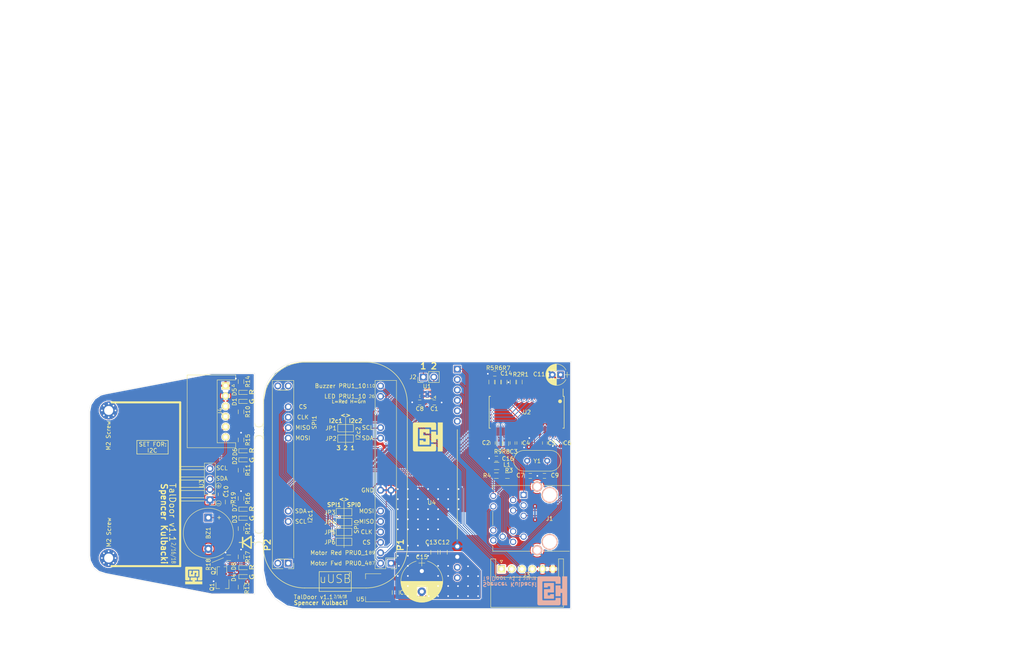
<source format=kicad_pcb>
(kicad_pcb (version 4) (host pcbnew 4.0.7)
  (title_block (title "TalDoor PCB") (date 2018-01-06) (rev 1) (company "Spencer Kulbacki - Computer Science House") (comment 1 "NFC Door lock hardware with POE support for the Pocket Beagle Devboard") (comment 4 "GitHub URL: https://github.com/akaStanley/TalDoor"))
  (layers (0 F.Cu signal) (31 B.Cu signal) (34 B.Paste user hide) (35 F.Paste user hide) (36 B.SilkS user) (37 F.SilkS user) (38 B.Mask user) (39 F.Mask user hide) (44 Edge.Cuts user))
  (net 0 "")
  (net 1 "Net-(BZ1-Pad1)")
  (net 2 GND)
  (net 3 +3V3)
  (net 4 "Net-(C7-Pad1)")
  (net 5 "Net-(C9-Pad1)")
  (net 6 "Net-(C11-Pad1)")
  (net 7 "Net-(C14-Pad1)")
  (net 8 "Net-(C16-Pad1)")
  (net 9 "Net-(J1-Pad9)")
  (net 10 "Net-(J1-Pad8)")
  (net 11 "Net-(J1-Pad5)")
  (net 12 "Net-(J1-Pad4)")
  (net 13 "Net-(J1-Pad3)")
  (net 14 "Net-(J1-Pad10)")
  (net 15 "Net-(J1-PadY-)")
  (net 16 /LEDA)
  (net 17 /LEDB)
  (net 18 "Net-(J1-PadG-)")
  (net 19 "Net-(J1-Pad1)")
  (net 20 "Net-(J1-Pad11)")
  (net 21 /CS)
  (net 22 /CLK)
  (net 23 /MISO)
  (net 24 /MOSI)
  (net 25 /SDA)
  (net 26 /SCL)
  (net 27 /PRU0_4)
  (net 28 /PRU0_1)
  (net 29 /PRU1_10)
  (net 30 /PRU0_0)
  (net 31 "Net-(R2-Pad2)")
  (net 32 "Net-(R5-Pad2)")
  (net 33 "Net-(U2-Pad3)")
  (net 34 "Net-(U2-Pad4)")
  (net 35 "Net-(U2-Pad5)")
  (net 36 "Net-(U4-Pad5)")
  (net 37 "Net-(U4-Pad6)")
  (net 38 "Net-(U4-Pad9)")
  (net 39 "Net-(U4-Pad10)")
  (net 40 "Net-(D1-Pad1)")
  (net 41 "Net-(D2-Pad1)")
  (net 42 "Net-(D3-Pad1)")
  (net 43 "Net-(D4-Pad1)")
  (net 44 "Net-(D5-Pad1)")
  (net 45 "Net-(D6-Pad1)")
  (net 46 "Net-(J4-Pad5)")
  (net 47 "Net-(J4-Pad6)")
  (net 48 "Net-(Q1-Pad3)")
  (net 49 "Net-(D5-Pad2)")
  (net 50 "Net-(D7-Pad1)")
  (net 51 "Net-(D8-Pad1)")
  (net 52 "Net-(J4-Pad3)")
  (net 53 "Net-(J4-Pad4)")
  (net 54 /GND2)
  (net 55 /+3.3v2)
  (net 56 "Net-(P1-Pad2.1)")
  (net 57 "Net-(P1-Pad2.2)")
  (net 58 "Net-(P1-Pad2.35)")
  (net 59 "Net-(P1-Pad2.36)")
  (net 60 "Net-(J2-Pad1)")
  (net 61 "Net-(J2-Pad2)")
  (net 62 +5V)
  (net 63 /SCL1)
  (net 64 /SCL2)
  (net 65 /SDA1)
  (net 66 /SDA2)
  (net 67 /MOSI1)
  (net 68 /MOSI2)
  (net 69 /MISO1)
  (net 70 /MISO2)
  (net 71 /CLK1)
  (net 72 /CLK2)
  (net 73 /CS1)
  (net 74 /CS2)
  (module TalDoor_Footprints:CSH_logo_Fsilk_bigger (layer F.Cu) (at 138.8872 121.5136)
    (fp_text reference G*** hide)
    (fp_text value LOGO hide)
  )
  (module TalDoor_Footprints:RJ45_POE (layer F.Cu) (at 168.529 147.066 90)
    (fp_text reference J1 (at 5.6515 -0.0167 180) (layer F.SilkS))
    (fp_text value SI-52003-F_RJ45)
    (pad Hole thru_hole circle (at 11.43 0 90) (size 3.85 3.85) (drill 3.3) (layers *.Cu *.SilkS *.Mask))
    (pad Hole thru_hole circle (at 0 0 90) (size 3.85 3.85) (drill 3.3) (layers *.Cu *.SilkS *.Mask))
    (pad 9 thru_hole circle (at 1.27 -6.35 90) (size 1.52 1.52) (drill 1.02) (layers *.Cu *.Mask) (net 9 "Net-(J1-Pad9)"))
    (pad 8 thru_hole circle (at 2.54 -8.89 90) (size 1.52 1.52) (drill 1.02) (layers *.Cu *.Mask) (net 10 "Net-(J1-Pad8)"))
    (pad 5 thru_hole circle (at 6.35 -6.35 90) (size 1.52 1.52) (drill 1.02) (layers *.Cu *.Mask) (net 11 "Net-(J1-Pad5)"))
    (pad 4 thru_hole circle (at 7.62 -8.89 90) (size 1.52 1.52) (drill 1.02) (layers *.Cu *.Mask) (net 12 "Net-(J1-Pad4)"))
    (pad 3 thru_hole circle (at 8.89 -6.35 90) (size 1.52 1.52) (drill 1.02) (layers *.Cu *.Mask) (net 13 "Net-(J1-Pad3)"))
    (pad 2 thru_hole circle (at 10.16 -8.89 90) (size 1.52 1.52) (drill 1.02) (layers *.Cu *.Mask) (net 8 "Net-(C16-Pad1)"))
    (pad 10 thru_hole circle (at 0 -8.89 90) (size 1.52 1.52) (drill 1.02) (layers *.Cu *.Mask) (net 14 "Net-(J1-Pad10)"))
    (pad 13 thru_hole circle (at 13.46 -3.05 90) (size 2.54 2.54) (drill 1.78) (layers *.Cu *.SilkS *.Mask) (net 2 GND))
    (pad 13 thru_hole circle (at -2.03 -3.05 90) (size 2.54 2.54) (drill 1.78) (layers *.Cu *.SilkS *.Mask) (net 2 GND))
    (pad Y- thru_hole circle (at 2.79 -13.72 90) (size 1.52 1.52) (drill 1.02) (layers *.Cu *.Mask) (net 15 "Net-(J1-PadY-)"))
    (pad G+ thru_hole circle (at 8.64 -13.72 90) (size 1.52 1.52) (drill 1.02) (layers *.Cu *.Mask) (net 16 /LEDA))
    (pad Y+ thru_hole circle (at 0.35 -13.72 90) (size 1.52 1.52) (drill 1.02) (layers *.Cu *.Mask) (net 17 /LEDB))
    (pad G- thru_hole circle (at 11.18 -13.72 90) (size 1.52 1.52) (drill 1.02) (layers *.Cu *.Mask) (net 18 "Net-(J1-PadG-)"))
    (pad 1 thru_hole rect (at 11.43 -6.35 90) (size 1.52 1.52) (drill 1.02) (layers *.Cu *.Mask) (net 19 "Net-(J1-Pad1)"))
    (pad 11 thru_hole circle (at 1.27 -11.43 90) (size 1.52 1.52) (drill 1.02) (layers *.Cu *.Mask) (net 20 "Net-(J1-Pad11)"))
  )
  (module TalDoor_Footprints:mouse-bite-2mm-slot (layer F.Cu) (at 97.79 146.05 90)
    (fp_text reference mouse-bite-2mm-slot hide)
    (fp_text value VAL** hide)
    (pad "" np_thru_hole circle (at 0 -0.75 90) (size 0.5 0.5) (drill 0.5) (layers *.Cu *.Mask))
    (pad "" np_thru_hole circle (at 0 0.75 90) (size 0.5 0.5) (drill 0.5) (layers *.Cu *.Mask))
    (pad "" np_thru_hole circle (at 0.75 -0.75 90) (size 0.5 0.5) (drill 0.5) (layers *.Cu *.Mask))
    (pad "" np_thru_hole circle (at -0.75 -0.75 90) (size 0.5 0.5) (drill 0.5) (layers *.Cu *.Mask))
    (pad "" np_thru_hole circle (at -0.75 0.75 90) (size 0.5 0.5) (drill 0.5) (layers *.Cu *.Mask))
    (pad "" np_thru_hole circle (at 0.75 0.75 90) (size 0.5 0.5) (drill 0.5) (layers *.Cu *.Mask))
  )
  (module TalDoor_Footprints:CSH_logo_Fsilk (layer F.Cu) (at 81.92038 155.263998 270)
    (fp_text reference G*** hide)
    (fp_text value LOGO hide)
  )
  (module Mounting_Holes:MountingHole_2.2mm_M2_Pad_Via (layer F.Cu) (at 61.21938 115.068498 270)
    (fp_text reference "M2 Screw" (at 6.122508 0.062538 270) (layer F.SilkS))
    (fp_text value MountingHole_2.2mm_M2_Pad_Via)
    (pad "" thru_hole circle (at 0 0 270) (size 4.4 4.4) (drill 2.2) (layers *.Cu *.Mask))
    (pad "" thru_hole circle (at 1.65 0 270) (size 0.7 0.7) (drill 0.4) (layers *.Cu *.Mask))
    (pad "" thru_hole circle (at 1.166726 1.166726 270) (size 0.7 0.7) (drill 0.4) (layers *.Cu *.Mask))
    (pad "" thru_hole circle (at 0 1.65 270) (size 0.7 0.7) (drill 0.4) (layers *.Cu *.Mask))
    (pad "" thru_hole circle (at -1.166726 1.166726 270) (size 0.7 0.7) (drill 0.4) (layers *.Cu *.Mask))
    (pad "" thru_hole circle (at -1.65 0 270) (size 0.7 0.7) (drill 0.4) (layers *.Cu *.Mask))
    (pad "" thru_hole circle (at -1.166726 -1.166726 270) (size 0.7 0.7) (drill 0.4) (layers *.Cu *.Mask))
    (pad "" thru_hole circle (at 0 -1.65 270) (size 0.7 0.7) (drill 0.4) (layers *.Cu *.Mask))
    (pad "" thru_hole circle (at 1.166726 -1.166726 270) (size 0.7 0.7) (drill 0.4) (layers *.Cu *.Mask))
  )
  (module Buzzers_Beepers:Buzzer_12x9.5RM7.6 (layer F.Cu) (at 85.47638 141.166998 270)
    (fp_text reference BZ1 (at 3.7392 0 450) (layer F.SilkS))
    (fp_text value Buzzer)
    (fp_text user + (at -0.01 -2.54 270) (layer F.SilkS))
    (pad 1 thru_hole rect (at 0 0 270) (size 2 2) (drill 1) (layers *.Cu *.Mask) (net 1 "Net-(BZ1-Pad1)"))
    (pad 2 thru_hole circle (at 7.6 0 270) (size 2 2) (drill 1) (layers *.Cu *.Mask) (net 54 /GND2))
  )
  (module Capacitors_SMD:C_0603 (layer F.Cu) (at 140.45 113.1316 180)
    (fp_text reference C1 (at -0.012 -1.524 360) (layer F.SilkS))
    (fp_text value 0.1uF)
    (pad 2 smd rect (at 0.75 0 180) (size 0.8 0.75) (layers F.Cu F.Paste F.Mask) (net 62 +5V))
    (pad 1 smd rect (at -0.75 0 180) (size 0.8 0.75) (layers F.Cu F.Paste F.Mask) (net 2 GND))
  )
  (module Capacitors_SMD:C_0603 (layer F.Cu) (at 154.678783 122.995567 270)
    (fp_text reference C2 (at -0.059567 1.643783 540) (layer F.SilkS))
    (fp_text value 0.1uF)
    (pad 2 smd rect (at 0.75 0 270) (size 0.8 0.75) (layers F.Cu F.Paste F.Mask) (net 2 GND))
    (pad 1 smd rect (at -0.75 0 270) (size 0.8 0.75) (layers F.Cu F.Paste F.Mask) (net 3 +3V3))
  )
  (module Capacitors_SMD:C_0603 (layer F.Cu) (at 159.499657 123.004767 270)
    (fp_text reference C3 (at 2.090233 -0.266343 360) (layer F.SilkS))
    (fp_text value 0.1uF)
    (pad 2 smd rect (at 0.75 0 270) (size 0.8 0.75) (layers F.Cu F.Paste F.Mask) (net 2 GND))
    (pad 1 smd rect (at -0.75 0 270) (size 0.8 0.75) (layers F.Cu F.Paste F.Mask) (net 3 +3V3))
  )
  (module Capacitors_SMD:C_0603 (layer F.Cu) (at 161.155783 122.995567 270)
    (fp_text reference C4 (at 0.0092 -1.645874 360) (layer F.SilkS))
    (fp_text value 0.1uF)
    (pad 2 smd rect (at 0.75 0 270) (size 0.8 0.75) (layers F.Cu F.Paste F.Mask) (net 2 GND))
    (pad 1 smd rect (at -0.75 0 270) (size 0.8 0.75) (layers F.Cu F.Paste F.Mask) (net 3 +3V3))
  )
  (module Capacitors_SMD:C_0603 (layer F.Cu) (at 167.378783 122.995567 270)
    (fp_text reference C5 (at 0.0092 -1.645874 360) (layer F.SilkS))
    (fp_text value 0.1uF)
    (pad 2 smd rect (at 0.75 0 270) (size 0.8 0.75) (layers F.Cu F.Paste F.Mask) (net 2 GND))
    (pad 1 smd rect (at -0.75 0 270) (size 0.8 0.75) (layers F.Cu F.Paste F.Mask) (net 3 +3V3))
  )
  (module Capacitors_SMD:C_0603 (layer F.Cu) (at 171.188783 122.995567 270)
    (fp_text reference C6 (at 0 -1.645874 360) (layer F.SilkS))
    (fp_text value 0.1uF)
    (pad 2 smd rect (at 0.75 0 270) (size 0.8 0.75) (layers F.Cu F.Paste F.Mask) (net 2 GND))
    (pad 1 smd rect (at -0.75 0 270) (size 0.8 0.75) (layers F.Cu F.Paste F.Mask) (net 3 +3V3))
  )
  (module Capacitors_SMD:C_0603 (layer F.Cu) (at 163.817657 131.005767)
    (fp_text reference C7 (at -2.413 -0.127 180) (layer F.SilkS))
    (fp_text value 18pF)
    (pad 2 smd rect (at 0.75 0) (size 0.8 0.75) (layers F.Cu F.Paste F.Mask) (net 2 GND))
    (pad 1 smd rect (at -0.75 0) (size 0.8 0.75) (layers F.Cu F.Paste F.Mask) (net 4 "Net-(C7-Pad1)"))
  )
  (module Capacitors_SMD:C_0603 (layer F.Cu) (at 136.906 113.1316)
    (fp_text reference C8 (at 0.012 1.524 180) (layer F.SilkS))
    (fp_text value 0.1uF)
    (pad 2 smd rect (at 0.75 0) (size 0.8 0.75) (layers F.Cu F.Paste F.Mask) (net 62 +5V))
    (pad 1 smd rect (at -0.75 0) (size 0.8 0.75) (layers F.Cu F.Paste F.Mask) (net 2 GND))
  )
  (module Capacitors_SMD:C_0603 (layer F.Cu) (at 167.258657 131.005767 180)
    (fp_text reference C9 (at -2.528 0.127 360) (layer F.SilkS))
    (fp_text value 18pF)
    (pad 2 smd rect (at 0.75 0 180) (size 0.8 0.75) (layers F.Cu F.Paste F.Mask) (net 2 GND))
    (pad 1 smd rect (at -0.75 0 180) (size 0.8 0.75) (layers F.Cu F.Paste F.Mask) (net 5 "Net-(C9-Pad1)"))
  )
  (module Capacitors_THT:CP_Radial_D5.0mm_P2.00mm (layer F.Cu) (at 171.183657 106.367767 180)
    (fp_text reference C11 (at 5.207 0.127 360) (layer F.SilkS))
    (fp_text value 10uF)
    (pad 1 thru_hole rect (at 0 0 180) (size 1.6 1.6) (drill 0.8) (layers *.Cu *.Mask) (net 6 "Net-(C11-Pad1)"))
    (pad 2 thru_hole circle (at 2 0 180) (size 1.6 1.6) (drill 0.8) (layers *.Cu *.Mask) (net 2 GND))
  )
  (module Capacitors_SMD:C_0805 (layer F.Cu) (at 142.748 149.5966 90)
    (fp_text reference C12 (at 2.429 0 180) (layer F.SilkS))
    (fp_text value 10uF)
    (pad 1 smd rect (at -1 0 90) (size 1 1.25) (layers F.Cu F.Paste F.Mask) (net 62 +5V))
    (pad 2 smd rect (at 1 0 90) (size 1 1.25) (layers F.Cu F.Paste F.Mask) (net 2 GND))
  )
  (module Capacitors_SMD:C_0805 (layer F.Cu) (at 140.462 149.606 90)
    (fp_text reference C13 (at 2.429 -0.762 180) (layer F.SilkS))
    (fp_text value 10uF)
    (pad 1 smd rect (at -1 0 90) (size 1 1.25) (layers F.Cu F.Paste F.Mask) (net 62 +5V))
    (pad 2 smd rect (at 1 0 90) (size 1 1.25) (layers F.Cu F.Paste F.Mask) (net 2 GND))
  )
  (module Capacitors_SMD:C_0603 (layer F.Cu) (at 155.169657 106.113767 180)
    (fp_text reference C14 (at -2.818343 0.068767 180) (layer F.SilkS))
    (fp_text value 10000pF)
    (pad 2 smd rect (at 0.75 0 180) (size 0.8 0.75) (layers F.Cu F.Paste F.Mask) (net 2 GND))
    (pad 1 smd rect (at -0.75 0 180) (size 0.8 0.75) (layers F.Cu F.Paste F.Mask) (net 7 "Net-(C14-Pad1)"))
  )
  (module Capacitors_THT:CP_Radial_D10.0mm_P5.00mm (layer F.Cu) (at 137.414 154.178 270)
    (fp_text reference C15 (at -3.429 0 360) (layer F.SilkS))
    (fp_text value 470uF)
    (pad 1 thru_hole rect (at 0 0 270) (size 2 2) (drill 1) (layers *.Cu *.Mask) (net 62 +5V))
    (pad 2 thru_hole circle (at 5 0 270) (size 2 2) (drill 1) (layers *.Cu *.Mask) (net 2 GND))
  )
  (module Capacitors_SMD:C_0603 (layer F.Cu) (at 155.574657 126.814767 180)
    (fp_text reference C16 (at -2.782 0 360) (layer F.SilkS))
    (fp_text value 0.1uF)
    (pad 2 smd rect (at 0.75 0 180) (size 0.8 0.75) (layers F.Cu F.Paste F.Mask) (net 2 GND))
    (pad 1 smd rect (at -0.75 0 180) (size 0.8 0.75) (layers F.Cu F.Paste F.Mask) (net 8 "Net-(C16-Pad1)"))
  )
  (module Inductors_SMD:L_0805 (layer F.Cu) (at 155.623657 128.592767 180)
    (fp_text reference L1 (at -2.491343 0.322767 180) (layer F.SilkS))
    (fp_text value Ferrite_Bead)
    (pad 1 smd rect (at -0.95 0 180) (size 0.7 1.3) (layers F.Cu F.Paste F.Mask) (net 8 "Net-(C16-Pad1)"))
    (pad 2 smd rect (at 0.95 0 180) (size 0.7 1.3) (layers F.Cu F.Paste F.Mask) (net 3 +3V3))
  )
  (module Resistors_SMD:R_0603 (layer F.Cu) (at 161.150657 108.145767 270)
    (fp_text reference R1 (at -1.846767 -1.282343 360) (layer F.SilkS))
    (fp_text value 100k)
    (pad 1 smd rect (at -0.75 0 270) (size 0.5 0.9) (layers F.Cu F.Paste F.Mask) (net 3 +3V3))
    (pad 2 smd rect (at 0.75 0 270) (size 0.5 0.9) (layers F.Cu F.Paste F.Mask) (net 21 /CS))
  )
  (module Resistors_SMD:R_0603 (layer F.Cu) (at 159.626657 108.157767 270)
    (fp_text reference R2 (at -1.858767 -0.901343 360) (layer F.SilkS))
    (fp_text value 10k)
    (pad 1 smd rect (at -0.75 0 270) (size 0.5 0.9) (layers F.Cu F.Paste F.Mask) (net 3 +3V3))
    (pad 2 smd rect (at 0.75 0 270) (size 0.5 0.9) (layers F.Cu F.Paste F.Mask) (net 31 "Net-(R2-Pad2)"))
  )
  (module Resistors_SMD:R_0603 (layer F.Cu) (at 158.242 130.937)
    (fp_text reference R3 (at 0.381 -1.27) (layer F.SilkS))
    (fp_text value 180)
    (pad 1 smd rect (at -0.75 0) (size 0.5 0.9) (layers F.Cu F.Paste F.Mask) (net 2 GND))
    (pad 2 smd rect (at 0.75 0) (size 0.5 0.9) (layers F.Cu F.Paste F.Mask) (net 15 "Net-(J1-PadY-)"))
  )
  (module Resistors_SMD:R_0603 (layer F.Cu) (at 155.563 130.937 180)
    (fp_text reference R4 (at 2.274 0 180) (layer F.SilkS))
    (fp_text value 180)
    (pad 1 smd rect (at -0.75 0 180) (size 0.5 0.9) (layers F.Cu F.Paste F.Mask) (net 2 GND))
    (pad 2 smd rect (at 0.75 0 180) (size 0.5 0.9) (layers F.Cu F.Paste F.Mask) (net 18 "Net-(J1-PadG-)"))
  )
  (module Resistors_SMD:R_0603 (layer F.Cu) (at 154.419657 108.145767 270)
    (fp_text reference R5 (at -3.429 0.381 360) (layer F.SilkS))
    (fp_text value 2.2k)
    (pad 1 smd rect (at -0.75 0 270) (size 0.5 0.9) (layers F.Cu F.Paste F.Mask) (net 2 GND))
    (pad 2 smd rect (at 0.75 0 270) (size 0.5 0.9) (layers F.Cu F.Paste F.Mask) (net 32 "Net-(R5-Pad2)"))
  )
  (module Resistors_SMD:R_0603 (layer F.Cu) (at 155.943657 108.157767 270)
    (fp_text reference R6 (at -3.441 -0.127 360) (layer F.SilkS))
    (fp_text value 49.9)
    (pad 1 smd rect (at -0.75 0 270) (size 0.5 0.9) (layers F.Cu F.Paste F.Mask) (net 7 "Net-(C14-Pad1)"))
    (pad 2 smd rect (at 0.75 0 270) (size 0.5 0.9) (layers F.Cu F.Paste F.Mask) (net 12 "Net-(J1-Pad4)"))
  )
  (module Resistors_SMD:R_0603 (layer F.Cu) (at 157.467657 108.157767 270)
    (fp_text reference R7 (at -3.382767 -0.520343 360) (layer F.SilkS))
    (fp_text value 49.9)
    (pad 1 smd rect (at -0.75 0 270) (size 0.5 0.9) (layers F.Cu F.Paste F.Mask) (net 7 "Net-(C14-Pad1)"))
    (pad 2 smd rect (at 0.75 0 270) (size 0.5 0.9) (layers F.Cu F.Paste F.Mask) (net 11 "Net-(J1-Pad5)"))
  )
  (module Resistors_SMD:R_0603 (layer F.Cu) (at 157.848657 123.131767 90)
    (fp_text reference R8 (at -1.963233 0.012343 360) (layer F.SilkS))
    (fp_text value 49.9)
    (pad 1 smd rect (at -0.75 0 90) (size 0.5 0.9) (layers F.Cu F.Paste F.Mask) (net 8 "Net-(C16-Pad1)"))
    (pad 2 smd rect (at 0.75 0 90) (size 0.5 0.9) (layers F.Cu F.Paste F.Mask) (net 19 "Net-(J1-Pad1)"))
  )
  (module Resistors_SMD:R_0603 (layer F.Cu) (at 156.324657 123.131767 90)
    (fp_text reference R9 (at -1.963233 -0.368657 180) (layer F.SilkS))
    (fp_text value 49.9)
    (pad 1 smd rect (at -0.75 0 90) (size 0.5 0.9) (layers F.Cu F.Paste F.Mask) (net 8 "Net-(C16-Pad1)"))
    (pad 2 smd rect (at 0.75 0 90) (size 0.5 0.9) (layers F.Cu F.Paste F.Mask) (net 13 "Net-(J1-Pad3)"))
  )
  (module TalDoor_Footprints:Ag9700_FP (layer F.Cu) (at 148.717 103.2256)
    (fp_text reference U4 (at -8.89 34.29) (layer F.SilkS))
    (fp_text value AG9700)
    (pad 1 thru_hole rect (at -2.667 1.778) (size 1.7 1.7) (drill 1) (layers *.Cu *.Mask) (net 10 "Net-(J1-Pad8)"))
    (pad 2 thru_hole oval (at -2.667 4.318) (size 1.7 1.7) (drill 1) (layers *.Cu *.Mask) (net 9 "Net-(J1-Pad9)"))
    (pad 3 thru_hole oval (at -2.667 6.858) (size 1.7 1.7) (drill 1) (layers *.Cu *.Mask) (net 14 "Net-(J1-Pad10)"))
    (pad 4 thru_hole oval (at -2.667 9.398) (size 1.7 1.7) (drill 1) (layers *.Cu *.Mask) (net 20 "Net-(J1-Pad11)"))
    (pad 5 thru_hole oval (at -2.667 11.938) (size 1.7 1.7) (drill 1) (layers *.Cu *.Mask) (net 36 "Net-(U4-Pad5)"))
    (pad 6 thru_hole oval (at -2.667 14.478) (size 1.7 1.7) (drill 1) (layers *.Cu *.Mask) (net 37 "Net-(U4-Pad6)"))
    (pad 7 thru_hole oval (at -2.667 44.958) (size 1.7 1.7) (drill 1) (layers *.Cu *.Mask) (net 2 GND))
    (pad 8 thru_hole oval (at -2.667 47.498) (size 1.7 1.7) (drill 1) (layers *.Cu *.Mask) (net 62 +5V))
    (pad 9 thru_hole oval (at -2.667 50.038) (size 1.7 1.7) (drill 1) (layers *.Cu *.Mask) (net 38 "Net-(U4-Pad9)"))
    (pad 10 thru_hole oval (at -2.667 52.578) (size 1.7 1.7) (drill 1) (layers *.Cu *.Mask) (net 39 "Net-(U4-Pad10)"))
  )
  (module Crystals:Crystal_HC49-4H_Vertical (layer F.Cu) (at 167.935657 127.322767 180)
    (fp_text reference Y1 (at 2.44 -0.058233 180) (layer F.SilkS))
    (fp_text value 25MHz)
    (pad 1 thru_hole circle (at 0 0 180) (size 1.5 1.5) (drill 0.8) (layers *.Cu *.Mask) (net 5 "Net-(C9-Pad1)"))
    (pad 2 thru_hole circle (at 4.88 0 180) (size 1.5 1.5) (drill 0.8) (layers *.Cu *.Mask) (net 4 "Net-(C7-Pad1)"))
  )
  (module Connectors_JST:JST_XH_S06B-XH-A_06x2.50mm_Angled (layer F.Cu) (at 156.791 153.67)
    (fp_text reference J3 (at 6.103 1.397) (layer F.SilkS))
    (fp_text value Conn_01x06_Male)
    (pad 1 thru_hole rect (at 0 0) (size 1.75 1.75) (drill 1) (layers *.Cu *.Mask F.SilkS) (net 26 /SCL))
    (pad 2 thru_hole circle (at 2.5 0) (size 1.75 1.75) (drill 1) (layers *.Cu *.Mask F.SilkS) (net 25 /SDA))
    (pad 3 thru_hole circle (at 5 0) (size 1.75 1.75) (drill 1) (layers *.Cu *.Mask F.SilkS) (net 29 /PRU1_10))
    (pad 4 thru_hole circle (at 7.5 0) (size 1.75 1.75) (drill 1) (layers *.Cu *.Mask F.SilkS) (net 30 /PRU0_0))
    (pad 5 thru_hole circle (at 10 0) (size 1.75 1.75) (drill 1) (layers *.Cu *.Mask F.SilkS) (net 2 GND))
    (pad 6 thru_hole circle (at 12.5 0) (size 1.75 1.75) (drill 1) (layers *.Cu *.Mask F.SilkS) (net 3 +3V3))
  )
  (module Connectors_JST:JST_XH_S06B-XH-A_06x2.50mm_Angled (layer F.Cu) (at 89.66738 109.035998 270)
    (fp_text reference J4 (at 6.25 1.27 270) (layer F.SilkS))
    (fp_text value Conn_01x06_Male)
    (pad 1 thru_hole rect (at 0 0 270) (size 1.75 1.75) (drill 1) (layers *.Cu *.Mask F.SilkS) (net 55 /+3.3v2))
    (pad 2 thru_hole circle (at 2.5 0 270) (size 1.75 1.75) (drill 1) (layers *.Cu *.Mask F.SilkS) (net 54 /GND2))
    (pad 3 thru_hole circle (at 5 0 270) (size 1.75 1.75) (drill 1) (layers *.Cu *.Mask F.SilkS) (net 52 "Net-(J4-Pad3)"))
    (pad 4 thru_hole circle (at 7.5 0 270) (size 1.75 1.75) (drill 1) (layers *.Cu *.Mask F.SilkS) (net 53 "Net-(J4-Pad4)"))
    (pad 5 thru_hole circle (at 10 0 270) (size 1.75 1.75) (drill 1) (layers *.Cu *.Mask F.SilkS) (net 46 "Net-(J4-Pad5)"))
    (pad 6 thru_hole circle (at 12.5 0 270) (size 1.75 1.75) (drill 1) (layers *.Cu *.Mask F.SilkS) (net 47 "Net-(J4-Pad6)"))
  )
  (module Housings_SOIC:SOIC-28W_7.5x17.9mm_Pitch1.27mm (layer F.Cu) (at 162.928657 115.511767 270)
    (fp_text reference U2 (at -0.0254 -0.0254 360) (layer F.SilkS))
    (fp_text value " ENC28J60-I/SO")
    (pad 1 smd rect (at -4.7 -8.255 270) (size 2 0.6) (layers F.Cu F.Paste F.Mask) (net 6 "Net-(C11-Pad1)"))
    (pad 2 smd rect (at -4.7 -6.985 270) (size 2 0.6) (layers F.Cu F.Paste F.Mask) (net 2 GND))
    (pad 3 smd rect (at -4.7 -5.715 270) (size 2 0.6) (layers F.Cu F.Paste F.Mask) (net 33 "Net-(U2-Pad3)"))
    (pad 4 smd rect (at -4.7 -4.445 270) (size 2 0.6) (layers F.Cu F.Paste F.Mask) (net 34 "Net-(U2-Pad4)"))
    (pad 5 smd rect (at -4.7 -3.175 270) (size 2 0.6) (layers F.Cu F.Paste F.Mask) (net 35 "Net-(U2-Pad5)"))
    (pad 6 smd rect (at -4.7 -1.905 270) (size 2 0.6) (layers F.Cu F.Paste F.Mask) (net 23 /MISO))
    (pad 7 smd rect (at -4.7 -0.635 270) (size 2 0.6) (layers F.Cu F.Paste F.Mask) (net 24 /MOSI))
    (pad 8 smd rect (at -4.7 0.635 270) (size 2 0.6) (layers F.Cu F.Paste F.Mask) (net 22 /CLK))
    (pad 9 smd rect (at -4.7 1.905 270) (size 2 0.6) (layers F.Cu F.Paste F.Mask) (net 21 /CS))
    (pad 10 smd rect (at -4.7 3.175 270) (size 2 0.6) (layers F.Cu F.Paste F.Mask) (net 31 "Net-(R2-Pad2)"))
    (pad 11 smd rect (at -4.7 4.445 270) (size 2 0.6) (layers F.Cu F.Paste F.Mask) (net 2 GND))
    (pad 12 smd rect (at -4.7 5.715 270) (size 2 0.6) (layers F.Cu F.Paste F.Mask) (net 11 "Net-(J1-Pad5)"))
    (pad 13 smd rect (at -4.7 6.985 270) (size 2 0.6) (layers F.Cu F.Paste F.Mask) (net 12 "Net-(J1-Pad4)"))
    (pad 14 smd rect (at -4.7 8.255 270) (size 2 0.6) (layers F.Cu F.Paste F.Mask) (net 32 "Net-(R5-Pad2)"))
    (pad 15 smd rect (at 4.7 8.255 270) (size 2 0.6) (layers F.Cu F.Paste F.Mask) (net 3 +3V3))
    (pad 16 smd rect (at 4.7 6.985 270) (size 2 0.6) (layers F.Cu F.Paste F.Mask) (net 13 "Net-(J1-Pad3)"))
    (pad 17 smd rect (at 4.7 5.715 270) (size 2 0.6) (layers F.Cu F.Paste F.Mask) (net 19 "Net-(J1-Pad1)"))
    (pad 18 smd rect (at 4.7 4.445 270) (size 2 0.6) (layers F.Cu F.Paste F.Mask) (net 2 GND))
    (pad 19 smd rect (at 4.7 3.175 270) (size 2 0.6) (layers F.Cu F.Paste F.Mask) (net 3 +3V3))
    (pad 20 smd rect (at 4.7 1.905 270) (size 2 0.6) (layers F.Cu F.Paste F.Mask) (net 3 +3V3))
    (pad 21 smd rect (at 4.7 0.635 270) (size 2 0.6) (layers F.Cu F.Paste F.Mask) (net 2 GND))
    (pad 22 smd rect (at 4.7 -0.635 270) (size 2 0.6) (layers F.Cu F.Paste F.Mask) (net 2 GND))
    (pad 23 smd rect (at 4.7 -1.905 270) (size 2 0.6) (layers F.Cu F.Paste F.Mask) (net 4 "Net-(C7-Pad1)"))
    (pad 24 smd rect (at 4.7 -3.175 270) (size 2 0.6) (layers F.Cu F.Paste F.Mask) (net 5 "Net-(C9-Pad1)"))
    (pad 25 smd rect (at 4.7 -4.445 270) (size 2 0.6) (layers F.Cu F.Paste F.Mask) (net 3 +3V3))
    (pad 26 smd rect (at 4.7 -5.715 270) (size 2 0.6) (layers F.Cu F.Paste F.Mask) (net 17 /LEDB))
    (pad 27 smd rect (at 4.7 -6.985 270) (size 2 0.6) (layers F.Cu F.Paste F.Mask) (net 16 /LEDA))
    (pad 28 smd rect (at 4.7 -8.255 270) (size 2 0.6) (layers F.Cu F.Paste F.Mask) (net 3 +3V3))
  )
  (module Capacitors_SMD:C_0603 (layer F.Cu) (at 88.477718 135.48169 90)
    (fp_text reference C10 (at 0.664692 1.316662 90) (layer F.SilkS))
    (fp_text value 0.1uF)
    (pad 2 smd rect (at 0.75 0 90) (size 0.8 0.75) (layers F.Cu F.Paste F.Mask) (net 55 /+3.3v2))
    (pad 1 smd rect (at -0.75 0 90) (size 0.8 0.75) (layers F.Cu F.Paste F.Mask) (net 54 /GND2))
  )
  (module LEDs:LED_0603 (layer F.Cu) (at 94.192718 112.86369)
    (fp_text reference D1 (at -2.366338 0.109308 90) (layer F.SilkS))
    (fp_text value G_LED)
    (pad 2 smd rect (at 0.8 0 180) (size 0.8 0.8) (layers F.Cu F.Paste F.Mask) (net 55 /+3.3v2))
    (pad 1 smd rect (at -0.8 0 180) (size 0.8 0.8) (layers F.Cu F.Paste F.Mask) (net 40 "Net-(D1-Pad1)"))
  )
  (module LEDs:LED_0603 (layer F.Cu) (at 94.192718 127.08769)
    (fp_text reference D2 (at -2.286 0.2032 90) (layer F.SilkS))
    (fp_text value G_LED)
    (pad 2 smd rect (at 0.8 0 180) (size 0.8 0.8) (layers F.Cu F.Paste F.Mask) (net 55 /+3.3v2))
    (pad 1 smd rect (at -0.8 0 180) (size 0.8 0.8) (layers F.Cu F.Paste F.Mask) (net 41 "Net-(D2-Pad1)"))
  )
  (module LEDs:LED_0603 (layer F.Cu) (at 94.192718 141.31169)
    (fp_text reference D3 (at -2.286 0.254 90) (layer F.SilkS))
    (fp_text value G_LED)
    (pad 2 smd rect (at 0.8 0 180) (size 0.8 0.8) (layers F.Cu F.Paste F.Mask) (net 55 /+3.3v2))
    (pad 1 smd rect (at -0.8 0 180) (size 0.8 0.8) (layers F.Cu F.Paste F.Mask) (net 42 "Net-(D3-Pad1)"))
  )
  (module LEDs:LED_0603 (layer F.Cu) (at 94.192718 155.53569)
    (fp_text reference D4 (at -2.54 0.254 90) (layer F.SilkS))
    (fp_text value G_LED)
    (pad 2 smd rect (at 0.8 0 180) (size 0.8 0.8) (layers F.Cu F.Paste F.Mask) (net 55 /+3.3v2))
    (pad 1 smd rect (at -0.8 0 180) (size 0.8 0.8) (layers F.Cu F.Paste F.Mask) (net 43 "Net-(D4-Pad1)"))
  )
  (module LEDs:LED_0603 (layer F.Cu) (at 94.192718 110.66669)
    (fp_text reference D5 (at -2.366338 -0.106692 90) (layer F.SilkS))
    (fp_text value R_LED)
    (pad 2 smd rect (at 0.8 0 180) (size 0.8 0.8) (layers F.Cu F.Paste F.Mask) (net 49 "Net-(D5-Pad2)"))
    (pad 1 smd rect (at -0.8 0 180) (size 0.8 0.8) (layers F.Cu F.Paste F.Mask) (net 44 "Net-(D5-Pad1)"))
  )
  (module LEDs:LED_0603 (layer F.Cu) (at 94.192718 124.89069)
    (fp_text reference D6 (at -2.239338 0.274308 90) (layer F.SilkS))
    (fp_text value R_LED)
    (pad 2 smd rect (at 0.8 0 180) (size 0.8 0.8) (layers F.Cu F.Paste F.Mask) (net 49 "Net-(D5-Pad2)"))
    (pad 1 smd rect (at -0.8 0 180) (size 0.8 0.8) (layers F.Cu F.Paste F.Mask) (net 45 "Net-(D6-Pad1)"))
  )
  (module LEDs:LED_0603 (layer F.Cu) (at 94.192718 139.11469)
    (fp_text reference D7 (at -2.286 -0.343 90) (layer F.SilkS))
    (fp_text value R_LED)
    (pad 2 smd rect (at 0.8 0 180) (size 0.8 0.8) (layers F.Cu F.Paste F.Mask) (net 49 "Net-(D5-Pad2)"))
    (pad 1 smd rect (at -0.8 0 180) (size 0.8 0.8) (layers F.Cu F.Paste F.Mask) (net 50 "Net-(D7-Pad1)"))
  )
  (module LEDs:LED_0603 (layer F.Cu) (at 94.192718 153.33869)
    (fp_text reference D8 (at -2.54 -0.343 90) (layer F.SilkS))
    (fp_text value R_LED)
    (pad 2 smd rect (at 0.8 0 180) (size 0.8 0.8) (layers F.Cu F.Paste F.Mask) (net 49 "Net-(D5-Pad2)"))
    (pad 1 smd rect (at -0.8 0 180) (size 0.8 0.8) (layers F.Cu F.Paste F.Mask) (net 51 "Net-(D8-Pad1)"))
  )
  (module TO_SOT_Packages_SMD:SOT-23 (layer F.Cu) (at 88.90538 157.676998 270)
    (fp_text reference Q1 (at 0.381 2.54 450) (layer F.SilkS))
    (fp_text value RK7002BM)
    (pad 1 smd rect (at -1 -0.95 270) (size 0.9 0.8) (layers F.Cu F.Paste F.Mask) (net 52 "Net-(J4-Pad3)"))
    (pad 2 smd rect (at -1 0.95 270) (size 0.9 0.8) (layers F.Cu F.Paste F.Mask) (net 54 /GND2))
    (pad 3 smd rect (at 1 0 270) (size 0.9 0.8) (layers F.Cu F.Paste F.Mask) (net 48 "Net-(Q1-Pad3)"))
  )
  (module Resistors_SMD:R_0603 (layer F.Cu) (at 93.430718 115.39169 270)
    (fp_text reference R10 (at 0 -1.651 270) (layer F.SilkS))
    (fp_text value 68)
    (pad 1 smd rect (at -0.75 0 270) (size 0.5 0.9) (layers F.Cu F.Paste F.Mask) (net 40 "Net-(D1-Pad1)"))
    (pad 2 smd rect (at 0.75 0 270) (size 0.5 0.9) (layers F.Cu F.Paste F.Mask) (net 48 "Net-(Q1-Pad3)"))
  )
  (module Resistors_SMD:R_0603 (layer F.Cu) (at 93.430718 129.61569 270)
    (fp_text reference R11 (at 0 -1.651 270) (layer F.SilkS))
    (fp_text value 68)
    (pad 1 smd rect (at -0.75 0 270) (size 0.5 0.9) (layers F.Cu F.Paste F.Mask) (net 41 "Net-(D2-Pad1)"))
    (pad 2 smd rect (at 0.75 0 270) (size 0.5 0.9) (layers F.Cu F.Paste F.Mask) (net 48 "Net-(Q1-Pad3)"))
  )
  (module Resistors_SMD:R_0603 (layer F.Cu) (at 93.430718 143.83969 270)
    (fp_text reference R12 (at 0.012 -1.651 270) (layer F.SilkS))
    (fp_text value 68)
    (pad 1 smd rect (at -0.75 0 270) (size 0.5 0.9) (layers F.Cu F.Paste F.Mask) (net 42 "Net-(D3-Pad1)"))
    (pad 2 smd rect (at 0.75 0 270) (size 0.5 0.9) (layers F.Cu F.Paste F.Mask) (net 48 "Net-(Q1-Pad3)"))
  )
  (module Resistors_SMD:R_0603 (layer F.Cu) (at 93.430718 158.07569 270)
    (fp_text reference R13 (at 0.22981 -1.438282 270) (layer F.SilkS))
    (fp_text value 68)
    (pad 1 smd rect (at -0.75 0 270) (size 0.5 0.9) (layers F.Cu F.Paste F.Mask) (net 43 "Net-(D4-Pad1)"))
    (pad 2 smd rect (at 0.75 0 270) (size 0.5 0.9) (layers F.Cu F.Paste F.Mask) (net 48 "Net-(Q1-Pad3)"))
  )
  (module Resistors_SMD:R_0603 (layer F.Cu) (at 93.430718 108.04969 90)
    (fp_text reference R14 (at 0.012 1.651 90) (layer F.SilkS))
    (fp_text value 68)
    (pad 1 smd rect (at -0.75 0 90) (size 0.5 0.9) (layers F.Cu F.Paste F.Mask) (net 44 "Net-(D5-Pad1)"))
    (pad 2 smd rect (at 0.75 0 90) (size 0.5 0.9) (layers F.Cu F.Paste F.Mask) (net 54 /GND2))
  )
  (module Resistors_SMD:R_0603 (layer F.Cu) (at 93.430718 122.24969 90)
    (fp_text reference R15 (at 0 1.651 90) (layer F.SilkS))
    (fp_text value 68)
    (pad 1 smd rect (at -0.75 0 90) (size 0.5 0.9) (layers F.Cu F.Paste F.Mask) (net 45 "Net-(D6-Pad1)"))
    (pad 2 smd rect (at 0.75 0 90) (size 0.5 0.9) (layers F.Cu F.Paste F.Mask) (net 54 /GND2))
  )
  (module Resistors_SMD:R_0603 (layer F.Cu) (at 93.430718 136.49769 90)
    (fp_text reference R16 (at 0 1.651 90) (layer F.SilkS))
    (fp_text value 68)
    (pad 1 smd rect (at -0.75 0 90) (size 0.5 0.9) (layers F.Cu F.Paste F.Mask) (net 50 "Net-(D7-Pad1)"))
    (pad 2 smd rect (at 0.75 0 90) (size 0.5 0.9) (layers F.Cu F.Paste F.Mask) (net 54 /GND2))
  )
  (module Resistors_SMD:R_0603 (layer F.Cu) (at 93.430718 150.72169 90)
    (fp_text reference R17 (at -0.012 1.651 90) (layer F.SilkS))
    (fp_text value 68)
    (pad 1 smd rect (at -0.75 0 90) (size 0.5 0.9) (layers F.Cu F.Paste F.Mask) (net 51 "Net-(D8-Pad1)"))
    (pad 2 smd rect (at 0.75 0 90) (size 0.5 0.9) (layers F.Cu F.Paste F.Mask) (net 54 /GND2))
  )
  (module Resistors_SMD:R_0603 (layer F.Cu) (at 90.41738 150.945998)
    (fp_text reference R18 (at -4.941 1.651 270) (layer F.SilkS))
    (fp_text value 10k)
    (pad 1 smd rect (at -0.75 0) (size 0.5 0.9) (layers F.Cu F.Paste F.Mask) (net 54 /GND2))
    (pad 2 smd rect (at 0.75 0) (size 0.5 0.9) (layers F.Cu F.Paste F.Mask) (net 52 "Net-(J4-Pad3)"))
  )
  (module Resistors_SMD:R_0603 (layer F.Cu) (at 90.30238 137.368998 270)
    (fp_text reference R19 (at -1.028 -1.27 270) (layer F.SilkS))
    (fp_text value 150)
    (pad 1 smd rect (at -0.75 0 270) (size 0.5 0.9) (layers F.Cu F.Paste F.Mask) (net 53 "Net-(J4-Pad4)"))
    (pad 2 smd rect (at 0.75 0 270) (size 0.5 0.9) (layers F.Cu F.Paste F.Mask) (net 1 "Net-(BZ1-Pad1)"))
  )
  (module Mounting_Holes:MountingHole_2.2mm_M2_Pad_Via (layer F.Cu) (at 61.21938 151.009498 270)
    (fp_text reference "M2 Screw" (at -6.271492 -0.054462 450) (layer F.SilkS))
    (fp_text value MountingHole_2.2mm_M2_Pad_Via)
    (pad "" thru_hole circle (at 0 0 270) (size 4.4 4.4) (drill 2.2) (layers *.Cu *.Mask))
    (pad "" thru_hole circle (at 1.65 0 270) (size 0.7 0.7) (drill 0.4) (layers *.Cu *.Mask))
    (pad "" thru_hole circle (at 1.166726 1.166726 270) (size 0.7 0.7) (drill 0.4) (layers *.Cu *.Mask))
    (pad "" thru_hole circle (at 0 1.65 270) (size 0.7 0.7) (drill 0.4) (layers *.Cu *.Mask))
    (pad "" thru_hole circle (at -1.166726 1.166726 270) (size 0.7 0.7) (drill 0.4) (layers *.Cu *.Mask))
    (pad "" thru_hole circle (at -1.65 0 270) (size 0.7 0.7) (drill 0.4) (layers *.Cu *.Mask))
    (pad "" thru_hole circle (at -1.166726 -1.166726 270) (size 0.7 0.7) (drill 0.4) (layers *.Cu *.Mask))
    (pad "" thru_hole circle (at 0 -1.65 270) (size 0.7 0.7) (drill 0.4) (layers *.Cu *.Mask))
    (pad "" thru_hole circle (at 1.166726 -1.166726 270) (size 0.7 0.7) (drill 0.4) (layers *.Cu *.Mask))
  )
  (module TalDoor_Footprints:mouse-bite-2mm-slot (layer F.Cu) (at 97.79 120.142 90)
    (fp_text reference mouse-bite-2mm-slot hide)
    (fp_text value VAL** hide)
    (pad "" np_thru_hole circle (at 0 -0.75 90) (size 0.5 0.5) (drill 0.5) (layers *.Cu *.Mask))
    (pad "" np_thru_hole circle (at 0 0.75 90) (size 0.5 0.5) (drill 0.5) (layers *.Cu *.Mask))
    (pad "" np_thru_hole circle (at 0.75 -0.75 90) (size 0.5 0.5) (drill 0.5) (layers *.Cu *.Mask))
    (pad "" np_thru_hole circle (at -0.75 -0.75 90) (size 0.5 0.5) (drill 0.5) (layers *.Cu *.Mask))
    (pad "" np_thru_hole circle (at -0.75 0.75 90) (size 0.5 0.5) (drill 0.5) (layers *.Cu *.Mask))
    (pad "" np_thru_hole circle (at 0.75 0.75 90) (size 0.5 0.5) (drill 0.5) (layers *.Cu *.Mask))
  )
  (module Capacitors_SMD:C_0805 (layer F.Cu) (at 131.064 159.401 270)
    (fp_text reference C17 (at 0 -2.413 360) (layer F.SilkS))
    (fp_text value 10uF)
    (pad 1 smd rect (at -1 0 270) (size 1 1.25) (layers F.Cu F.Paste F.Mask) (net 3 +3V3))
    (pad 2 smd rect (at 1 0 270) (size 1 1.25) (layers F.Cu F.Paste F.Mask) (net 2 GND))
  )
  (module Pin_Headers:Pin_Header_Straight_1x02_Pitch2.54mm (layer F.Cu) (at 137.795 106.934 90)
    (fp_text reference J2 (at 0 -2.54 180) (layer F.SilkS))
    (fp_text value Conn_01x02)
    (pad 1 thru_hole rect (at 0 0 90) (size 1.7 1.7) (drill 1) (layers *.Cu *.Mask) (net 60 "Net-(J2-Pad1)"))
    (pad 2 thru_hole oval (at 0 2.54 90) (size 1.7 1.7) (drill 1) (layers *.Cu *.Mask) (net 61 "Net-(J2-Pad2)"))
  )
  (module TO_SOT_Packages_SMD:SOT-223-3_TabPin2 (layer F.Cu) (at 125.628 158.242 180)
    (fp_text reference U5 (at 3.2 -2.794 180) (layer F.SilkS))
    (fp_text value NCP1117-3.3_SOT223)
    (pad 2 smd rect (at 3.15 0 180) (size 2 3.8) (layers F.Cu F.Paste F.Mask) (net 3 +3V3))
    (pad 2 smd rect (at -3.15 0 180) (size 2 1.5) (layers F.Cu F.Paste F.Mask) (net 3 +3V3))
    (pad 3 smd rect (at -3.15 2.3 180) (size 2 1.5) (layers F.Cu F.Paste F.Mask) (net 62 +5V))
    (pad 1 smd rect (at -3.15 -2.3 180) (size 2 1.5) (layers F.Cu F.Paste F.Mask) (net 2 GND))
  )
  (module TalDoor_Footprints:WSON-8_1EP_2x2mm_Pitch0.5mm_ThermalVias (layer F.Cu) (at 138.75 111.0876 180)
    (fp_text reference U1 (at 0.066 1.8676 180) (layer F.SilkS))
    (fp_text value DRV8837)
    (pad 3 smd rect (at -0.95 0.25 180) (size 0.5 0.25) (layers F.Cu F.Paste F.Mask) (net 61 "Net-(J2-Pad2)"))
    (pad 7 smd rect (at 0.95 -0.25 180) (size 0.5 0.25) (layers F.Cu F.Paste F.Mask) (net 62 +5V))
    (pad 8 smd rect (at 0.95 -0.75 180) (size 0.5 0.25) (layers F.Cu F.Paste F.Mask) (net 62 +5V))
    (pad 4 thru_hole circle (at 0 -0.5 180) (size 0.6 0.6) (drill 0.25) (layers *.Cu *.Mask) (net 2 GND))
    (pad 4 thru_hole circle (at 0 0.5 180) (size 0.6 0.6) (drill 0.25) (layers *.Cu *.Mask) (net 2 GND))
    (pad 4 smd rect (at 0 -0.45 180) (size 0.9 0.7) (layers F.Cu F.Paste) (net 2 GND))
    (pad 4 smd rect (at 0 0.45 180) (size 0.9 0.7) (layers F.Cu F.Paste) (net 2 GND))
    (pad 4 smd rect (at 0 0 180) (size 0.9 1.6) (layers F.Cu F.Mask) (net 2 GND))
    (pad 1 smd rect (at -0.95 -0.75 180) (size 0.5 0.25) (layers F.Cu F.Paste F.Mask) (net 62 +5V))
    (pad 2 smd rect (at -0.95 -0.25 180) (size 0.5 0.25) (layers F.Cu F.Paste F.Mask) (net 60 "Net-(J2-Pad1)"))
    (pad 4 smd rect (at -0.95 0.75 180) (size 0.5 0.25) (layers F.Cu F.Paste F.Mask) (net 2 GND))
    (pad 5 smd rect (at 0.95 0.75 180) (size 0.5 0.25) (layers F.Cu F.Paste F.Mask) (net 28 /PRU0_1))
    (pad 6 smd rect (at 0.95 0.25 180) (size 0.5 0.25) (layers F.Cu F.Paste F.Mask) (net 27 /PRU0_4))
    (pad 4 smd rect (at 0 -0.4 180) (size 0.9 0.8) (layers B.Cu) (net 2 GND))
    (pad 4 smd rect (at 0 0.4 180) (size 0.9 0.8) (layers B.Cu) (net 2 GND))
  )
  (module TO_SOT_Packages_SMD:SOT-323_SC-70 (layer F.Cu) (at 88.77838 153.866998 90)
    (fp_text reference Q2 (at -0.254 -2.032 90) (layer F.SilkS))
    (fp_text value BSS223PWH6327XTSA1)
    (pad 1 smd rect (at -1 -0.65) (size 0.45 0.7) (layers F.Cu F.Paste F.Mask) (net 52 "Net-(J4-Pad3)"))
    (pad 2 smd rect (at -1 0.65) (size 0.45 0.7) (layers F.Cu F.Paste F.Mask) (net 55 /+3.3v2))
    (pad 3 smd rect (at 1 0) (size 0.45 0.7) (layers F.Cu F.Paste F.Mask) (net 49 "Net-(D5-Pad2)"))
  )
  (module TalDoor_Footprints:PN532 (layer F.Cu) (at 85.85738 136.848998 180)
    (fp_text reference U3 (at 2.032 3.937 270) (layer F.SilkS))
    (fp_text value PN532)
    (fp_text user "SET FOR:" (at 13.91188 13.531998 180) (layer F.SilkS))
    (fp_text user SCL (at -2.921 7.747 180) (layer F.SilkS))
    (fp_text user SDA (at -2.8956 5.207 180) (layer F.SilkS))
    (fp_text user + (at -2.0955 3.429 180) (layer F.SilkS))
    (fp_text user - (at -2.0955 -0.889 180) (layer F.SilkS))
    (fp_text user I2C (at 14.03888 12.007998 360) (layer F.SilkS))
    (pad 1 thru_hole rect (at 0 0 180) (size 1.7 1.7) (drill 1) (layers *.Cu *.Mask) (net 54 /GND2))
    (pad 2 thru_hole oval (at 0 2.54 180) (size 1.7 1.7) (drill 1) (layers *.Cu *.Mask) (net 55 /+3.3v2))
    (pad 3 thru_hole oval (at 0 5.08 180) (size 1.7 1.7) (drill 1) (layers *.Cu *.Mask) (net 46 "Net-(J4-Pad5)"))
    (pad 4 thru_hole oval (at 0 7.62 180) (size 1.7 1.7) (drill 1) (layers *.Cu *.Mask) (net 47 "Net-(J4-Pad6)"))
  )
  (module Connectors:GS3 (layer F.Cu) (at 118.872 121.92 270)
    (fp_text reference JP2 (at 0 3.556 360) (layer F.SilkS))
    (fp_text value Jumper_NC_Dual)
    (pad 1 smd rect (at 0 -1.27 270) (size 1.27 0.97) (layers F.Cu F.Paste F.Mask) (net 66 /SDA2))
    (pad 2 smd rect (at 0 0 270) (size 1.27 0.97) (layers F.Cu F.Paste F.Mask) (net 25 /SDA))
    (pad 3 smd rect (at 0 1.27 270) (size 1.27 0.97) (layers F.Cu F.Paste F.Mask) (net 65 /SDA1))
  )
  (module Connectors:GS3 (layer F.Cu) (at 118.491 139.827 270)
    (fp_text reference JP3 (at 0.078 3.429 360) (layer F.SilkS))
    (fp_text value Jumper_NC_Dual)
    (pad 1 smd rect (at 0 -1.27 270) (size 1.27 0.97) (layers F.Cu F.Paste F.Mask) (net 67 /MOSI1))
    (pad 2 smd rect (at 0 0 270) (size 1.27 0.97) (layers F.Cu F.Paste F.Mask) (net 24 /MOSI))
    (pad 3 smd rect (at 0 1.27 270) (size 1.27 0.97) (layers F.Cu F.Paste F.Mask) (net 68 /MOSI2))
  )
  (module Connectors:GS3 (layer F.Cu) (at 118.491 142.24 270)
    (fp_text reference JP4 (at 0.078 3.429 360) (layer F.SilkS))
    (fp_text value Jumper_NC_Dual)
    (pad 1 smd rect (at 0 -1.27 270) (size 1.27 0.97) (layers F.Cu F.Paste F.Mask) (net 69 /MISO1))
    (pad 2 smd rect (at 0 0 270) (size 1.27 0.97) (layers F.Cu F.Paste F.Mask) (net 23 /MISO))
    (pad 3 smd rect (at 0 1.27 270) (size 1.27 0.97) (layers F.Cu F.Paste F.Mask) (net 70 /MISO2))
  )
  (module Connectors:GS3 (layer F.Cu) (at 118.491 144.653 270)
    (fp_text reference JP5 (at 0.078 3.429 360) (layer F.SilkS))
    (fp_text value Jumper_NC_Dual)
    (pad 1 smd rect (at 0 -1.27 270) (size 1.27 0.97) (layers F.Cu F.Paste F.Mask) (net 71 /CLK1))
    (pad 2 smd rect (at 0 0 270) (size 1.27 0.97) (layers F.Cu F.Paste F.Mask) (net 22 /CLK))
    (pad 3 smd rect (at 0 1.27 270) (size 1.27 0.97) (layers F.Cu F.Paste F.Mask) (net 72 /CLK2))
  )
  (module Connectors:GS3 (layer F.Cu) (at 118.491 147.066 270)
    (fp_text reference JP6 (at 0.078 3.429 360) (layer F.SilkS))
    (fp_text value Jumper_NC_Dual)
    (pad 1 smd rect (at 0 -1.27 270) (size 1.27 0.97) (layers F.Cu F.Paste F.Mask) (net 73 /CS1))
    (pad 2 smd rect (at 0 0 270) (size 1.27 0.97) (layers F.Cu F.Paste F.Mask) (net 21 /CS))
    (pad 3 smd rect (at 0 1.27 270) (size 1.27 0.97) (layers F.Cu F.Paste F.Mask) (net 74 /CS2))
  )
  (module TalDoor_Footprints:PocketBeagle_DEV_TalDoor (layer F.Cu) (at 104.921 152.273 180)
    (fp_text reference P1 (at -27.305 4.445 270) (layer F.SilkS) (effects (font (size 1.5 1.5) (thickness 0.3))))
    (fp_text value PocketBeagle)
    (fp_text user 89 (at -20.32 2.54 180) (layer F.SilkS) (effects (font (size 0.75 0.75) (thickness 0.1))))
    (fp_text user 87 (at -20.32 0 180) (layer F.SilkS) (effects (font (size 0.75 0.75) (thickness 0.1))))
    (fp_text user 26 (at -20.32 40.64 180) (layer F.SilkS) (effects (font (size 0.75 0.75) (thickness 0.1))))
    (fp_text user 110 (at -20.066 43.18 180) (layer F.SilkS) (effects (font (size 0.75 0.75) (thickness 0.1))))
    (fp_text user uUSB (at -11.43 -3.81 180) (layer F.SilkS) (effects (font (size 2 2))))
    (fp_text user P2 (at 5.08 4.445 270) (layer F.SilkS) (effects (font (size 1.5 1.5) (thickness 0.3))))
    (fp_text user GND (at -19.304 17.78 180) (layer F.SilkS))
    (fp_text user SCL (at -19.304 33.02 180) (layer F.SilkS))
    (fp_text user CS (at -19.05 5.08 180) (layer F.SilkS))
    (fp_text user CLK (at -19.05 7.62 180) (layer F.SilkS))
    (fp_text user MISO (at -19.05 10.16 180) (layer F.SilkS))
    (fp_text user MOSI (at -19.05 12.7 180) (layer F.SilkS))
    (fp_text user "Motor Fwd PRU0_4" (at -12.446 0 180) (layer F.SilkS))
    (fp_text user "Motor Red PRU0_1" (at -12.446 2.54 180) (layer F.SilkS))
    (fp_text user "Buzzer PRU1_10" (at -12.7 43.18 180) (layer F.SilkS))
    (fp_text user "LED PRU1_10" (at -13.843 40.64 180) (layer F.SilkS))
    (fp_text user "L=Red H=Grn" (at -14.732 39.37 180) (layer F.SilkS) (effects (font (size 0.8 0.8))))
    (fp_text user SDA (at -19.304 30.48 180) (layer F.SilkS))
    (fp_text user SCL (at -3.048 10.16 180) (layer F.SilkS))
    (fp_text user SDA (at -3.048 12.7 180) (layer F.SilkS))
    (fp_text user I2c1 (at -5.334 11.43 270) (layer F.SilkS))
    (fp_text user I2c2 (at -16.999 31.623 450) (layer F.SilkS))
    (fp_text user SPI0 (at -16.618 8.89 270) (layer F.SilkS))
    (fp_text user MISO (at -3.556 33.02 360) (layer F.SilkS))
    (fp_text user CLK (at -3.556 35.56 360) (layer F.SilkS))
    (fp_text user CS (at -3.556 38.1 360) (layer F.SilkS))
    (fp_text user SPI1 (at -6.35 34.29 270) (layer F.SilkS))
    (fp_text user MOSI (at -3.556 30.48 360) (layer F.SilkS))
    (pad 1.36 thru_hole oval (at -22.46 43.18 180) (size 1.7 1.7) (drill 1) (layers *.Cu *.Mask) (net 29 /PRU1_10))
    (pad 1.34 thru_hole oval (at -22.46 40.64 180) (size 1.7 1.7) (drill 1) (layers *.Cu *.Mask) (net 30 /PRU0_0))
    (pad 1.28 thru_hole oval (at -22.46 33.02 180) (size 1.7 1.7) (drill 1) (layers *.Cu *.Mask) (net 64 /SCL2))
    (pad 1.26 thru_hole oval (at -22.46 30.48 180) (size 1.7 1.7) (drill 1) (layers *.Cu *.Mask) (net 66 /SDA2))
    (pad 1.16 thru_hole oval (at -22.46 17.78 180) (size 1.7 1.7) (drill 1) (layers *.Cu *.Mask) (net 2 GND))
    (pad 1.15 thru_hole oval (at -25 17.78 180) (size 1.7 1.7) (drill 1) (layers *.Cu *.Mask) (net 2 GND))
    (pad 2.11 thru_hole oval (at 0 12.7 180) (size 1.7 1.7) (drill 1) (layers *.Cu *.Mask) (net 65 /SDA1))
    (pad 2.9 thru_hole oval (at 0 10.16 180) (size 1.7 1.7) (drill 1) (layers *.Cu *.Mask) (net 63 /SCL1))
    (pad 1.8 thru_hole oval (at -22.46 7.62 180) (size 1.7 1.7) (drill 1) (layers *.Cu *.Mask) (net 71 /CLK1))
    (pad 1.6 thru_hole oval (at -22.46 5.08 180) (size 1.7 1.7) (drill 1) (layers *.Cu *.Mask) (net 73 /CS1))
    (pad 1.2 thru_hole oval (at -22.46 0 180) (size 1.7 1.7) (drill 1) (layers *.Cu *.Mask) (net 28 /PRU0_1))
    (pad 1.1 thru_hole rect (at -25 0 180) (size 1.7 1.7) (drill 1) (layers *.Cu *.Mask) (net 62 +5V))
    (pad 2.1 thru_hole rect (at 0 0 180) (size 1.7 1.7) (drill 1) (layers *.Cu *.Mask) (net 56 "Net-(P1-Pad2.1)"))
    (pad 2.2 thru_hole oval (at 2.54 0 180) (size 1.7 1.7) (drill 1) (layers *.Cu *.Mask) (net 57 "Net-(P1-Pad2.2)"))
    (pad 2.35 thru_hole oval (at 0 43.18 180) (size 1.7 1.7) (drill 1) (layers *.Cu *.Mask) (net 58 "Net-(P1-Pad2.35)"))
    (pad 2.36 thru_hole oval (at 2.54 43.18 180) (size 1.7 1.7) (drill 1) (layers *.Cu *.Mask) (net 59 "Net-(P1-Pad2.36)"))
    (pad 1.4 thru_hole oval (at -22.46 2.54 180) (size 1.7 1.7) (drill 1) (layers *.Cu *.Mask) (net 27 /PRU0_4))
    (pad 2.31 thru_hole oval (at 0 38.1 180) (size 1.7 1.7) (drill 1) (layers *.Cu *.Mask) (net 74 /CS2))
    (pad 2.29 thru_hole oval (at 0 35.56 180) (size 1.7 1.7) (drill 1) (layers *.Cu *.Mask) (net 72 /CLK2))
    (pad 2.27 thru_hole oval (at 0 33.02 180) (size 1.7 1.7) (drill 1) (layers *.Cu *.Mask) (net 70 /MISO2))
    (pad 2.25 thru_hole oval (at 0 30.48 180) (size 1.7 1.7) (drill 1) (layers *.Cu *.Mask) (net 68 /MOSI2))
    (pad 1.10 thru_hole oval (at -22.46 10.16 180) (size 1.7 1.7) (drill 1) (layers *.Cu *.Mask) (net 69 /MISO1))
    (pad 1.12 thru_hole oval (at -22.46 12.7 180) (size 1.7 1.7) (drill 1) (layers *.Cu *.Mask) (net 67 /MOSI1))
  )
  (module Connectors:GS3 (layer F.Cu) (at 118.872 119.38 270)
    (fp_text reference JP1 (at 0 3.556 360) (layer F.SilkS))
    (fp_text value Jumper_NC_Dual)
    (pad 1 smd rect (at 0 -1.27 270) (size 1.27 0.97) (layers F.Cu F.Paste F.Mask) (net 64 /SCL2))
    (pad 2 smd rect (at 0 0 270) (size 1.27 0.97) (layers F.Cu F.Paste F.Mask) (net 26 /SCL))
    (pad 3 smd rect (at 0 1.27 270) (size 1.27 0.97) (layers F.Cu F.Paste F.Mask) (net 63 /SCL1))
  )
  (module TalDoor_Footprints:CSH_logo_Fsilk_bigger (layer B.Cu) (at 169.164 159.004)
    (fp_text reference G*** hide)
    (fp_text value LOGO hide)
  )
  (gr_text 2/16/18 (at 163.626814 155.89021 180) (layer B.SilkS) (effects (font (size 0.75 0.45) (thickness 0.1)) (justify mirror)))
  (gr_text "TalDoor v1.1" (at 152.133314 155.99181 180) (layer B.SilkS) (effects (font (size 1 1)) (justify left mirror)))
  (gr_text "Spencer Kulbacki" (at 152.133314 157.41421 180) (layer B.SilkS) (effects (font (size 1 1) (thickness 0.2)) (justify left mirror)))
  (gr_line (start 96.73336 147.193) (end 98.806 147.193) (layer Edge.Cuts) (width 0.05))
  (gr_line (start 96.73336 144.907) (end 98.806 144.907) (layer Edge.Cuts) (width 0.05))
  (gr_line (start 96.73336 121.285) (end 98.806 121.285) (layer Edge.Cuts) (width 0.05))
  (gr_line (start 96.73336 147.193) (end 96.732718 159.85369) (layer Edge.Cuts) (width 0.05))
  (gr_line (start 96.732718 106.00569) (end 96.73336 118.999) (layer Edge.Cuts) (width 0.05))
  (gr_line (start 118.872 123.444) (end 118.872 116.586) (layer F.SilkS) (width 0.125))
  (gr_text <> (at 118.872 116.205) (layer F.SilkS) (effects (font (size 1 1) (thickness 0.2))))
  (gr_text I2c2 (at 121.285 117.602) (layer F.SilkS) (effects (font (size 1 1) (thickness 0.2))))
  (gr_text "I2c1\n" (at 116.459 117.602) (layer F.SilkS) (effects (font (size 1 1) (thickness 0.2))))
  (gr_text <> (at 118.491 136.652) (layer F.SilkS) (effects (font (size 1 1) (thickness 0.2))))
  (gr_line (start 118.491 148.463) (end 118.491 137.033) (layer F.SilkS) (width 0.125))
  (gr_text SPI1 (at 116.078 138.049) (layer F.SilkS) (effects (font (size 1 1) (thickness 0.2))))
  (gr_text SPI0 (at 120.904 138.049) (layer F.SilkS) (effects (font (size 1 1) (thickness 0.2))))
  (gr_text "3 2 1" (at 118.872 124.206) (layer F.SilkS) (effects (font (size 1 1) (thickness 0.2))))
  (gr_text 2/16/18 (at 76.99278 149.802998 270) (layer F.SilkS) (effects (font (size 1 0.75) (thickness 0.1))))
  (gr_text "TalDoor v1.1" (at 76.73878 132.657998 270) (layer F.SilkS) (effects (font (size 1.5 1.5) (thickness 0.2)) (justify left)))
  (gr_text "Spencer Kulbacki" (at 74.70678 132.657998 270) (layer F.SilkS) (effects (font (size 1.5 1.5) (thickness 0.3)) (justify left)))
  (gr_line (start 86.36538 152.088998) (end 89.15938 150.945998) (layer F.SilkS) (width 0.125))
  (gr_text < (at 140.589 111.76) (layer F.SilkS) (effects (font (size 1 0.5) (thickness 0.125))))
  (gr_text [ (at 136.906 111.5695) (layer F.SilkS) (effects (font (size 0.4 0.75) (thickness 0.1))))
  (gr_line (start 171.247157 112.844767) (end 170.866157 112.844767) (layer F.SilkS) (width 0.2))
  (gr_circle (center 171.056657 112.844767) (end 170.866157 112.844767) (layer F.SilkS) (width 0.2))
  (gr_circle (center 171.056657 112.844767) (end 170.802657 112.590767) (layer F.SilkS) (width 0.2))
  (gr_line (start 140.7922 111.5314) (end 140.7922 112.1156) (layer F.SilkS) (width 0.125))
  (gr_arc (start 60.970054 115.368072) (end 60.4012 110.9472) (angle -82.65145247) (layer Edge.Cuts) (width 0.05))
  (gr_line (start 96.73336 118.999) (end 98.806 118.999) (layer Edge.Cuts) (width 0.05))
  (gr_line (start 98.806 144.907) (end 98.806 121.285) (layer Edge.Cuts) (width 0.05))
  (gr_line (start 98.806 118.999) (end 98.806 112.522) (layer Edge.Cuts) (width 0.05))
  (gr_line (start 56.515 150.4442) (end 56.515 115.3668) (layer Edge.Cuts) (width 0.05))
  (gr_text "1 2" (at 139.065 104.267) (layer F.SilkS) (effects (font (size 1.5 1.5) (thickness 0.3))))
  (gr_text 2/16/18 (at 117.602 160.401) (layer F.SilkS) (effects (font (size 0.75 0.45) (thickness 0.1))))
  (gr_text "TalDoor v1.1" (at 106.172 160.5026) (layer F.SilkS) (effects (font (size 1 1)) (justify left)))
  (gr_text "Spencer Kulbacki" (at 106.172 161.925) (layer F.SilkS) (effects (font (size 1 1) (thickness 0.2)) (justify left)))
  (gr_arc (start 108.204 154.051) (end 108.204 163.449) (angle 90) (layer Edge.Cuts) (width 0.05))
  (gr_arc (start 108.204 112.522) (end 98.806 112.522) (angle 90) (layer Edge.Cuts) (width 0.05))
  (gr_text G (at 96.0755 112.86369 90) (layer F.SilkS) (effects (font (size 1 1.5) (thickness 0.2))))
  (gr_text G (at 96.0755 127.127 90) (layer F.SilkS) (effects (font (size 1 1.5) (thickness 0.2))))
  (gr_text R (at 96.0755 153.24969 90) (layer F.SilkS) (effects (font (size 1 1.5) (thickness 0.2))))
  (gr_text R (at 96.0755 139.02569 90) (layer F.SilkS) (effects (font (size 1 1.5) (thickness 0.2))))
  (gr_text R (at 96.0755 110.57769 90) (layer F.SilkS) (effects (font (size 1 1.5) (thickness 0.2))))
  (gr_text R (at 96.0755 124.80169 90) (layer F.SilkS) (effects (font (size 1 1.5) (thickness 0.2))))
  (gr_text G (at 96.0755 141.31169 90) (layer F.SilkS) (effects (font (size 1 1.5) (thickness 0.2))))
  (gr_text G (at 96.0755 155.575 90) (layer F.SilkS) (effects (font (size 1 1.5) (thickness 0.2))))
  (gr_line (start 108.204 103.124) (end 173.736 103.124) (layer Edge.Cuts) (width 0.05))
  (gr_line (start 98.806 154.051) (end 98.806 147.193) (layer Edge.Cuts) (width 0.05))
  (gr_line (start 173.736 163.449) (end 108.204 163.449) (layer Edge.Cuts) (width 0.05))
  (gr_line (start 173.736 103.124) (end 173.736 163.449) (layer Edge.Cuts) (width 0.05))
  (gr_arc (start 60.971623 150.45569) (end 60.45738 154.882998) (angle 83.52235653) (layer Edge.Cuts) (width 0.05))
  (gr_line (start 86.318718 159.85369) (end 60.45738 154.882998) (layer Edge.Cuts) (width 0.05))
  (gr_line (start 60.4012 110.9472) (end 86.318718 106.00569) (layer Edge.Cuts) (width 0.05))
  (gr_line (start 86.318718 106.00569) (end 96.732718 106.00569) (layer Edge.Cuts) (width 0.05))
  (gr_line (start 96.732718 159.85369) (end 86.318718 159.85369) (layer Edge.Cuts) (width 0.05))
  (gr_line (start 96.73336 121.285) (end 96.73336 144.907) (layer Edge.Cuts) (width 0.05))
  (gr_line (start 93.786318 147.20449) (end 92.973518 147.20449) (layer F.SilkS) (width 0.2))
  (gr_line (start 95.869118 147.20449) (end 96.681918 147.20449) (layer F.SilkS) (width 0.2))
  (gr_line (start 95.970718 145.68049) (end 95.970718 148.67769) (layer F.SilkS) (width 0.2))
  (gr_line (start 93.837118 147.00129) (end 95.742118 145.73129) (layer F.SilkS) (width 0.2))
  (gr_line (start 95.742118 148.62689) (end 93.837118 147.35689) (layer F.SilkS) (width 0.2))
  (gr_line (start 93.735518 145.93449) (end 93.735518 148.47449) (layer F.SilkS) (width 0.2))
  (gr_line (start 95.792918 148.47449) (end 93.887918 147.20449) (layer F.SilkS) (width 0.2))
  (gr_line (start 95.818318 145.68049) (end 95.818318 148.67769) (layer F.SilkS) (width 0.2))
  (gr_line (start 93.887918 147.20449) (end 95.792918 145.93449) (layer F.SilkS) (width 0.2))
  (gr_line (start 93.887918 145.93449) (end 93.887918 148.47449) (layer F.SilkS) (width 0.2))
  (segment (start 160.331402 122.254767) (end 160.332498 122.253671) (width 0.2) (layer F.Cu) (net 0))
  (segment (start 85.47638 141.166998) (end 87.70438 141.166998) (width 0.2) (layer F.Cu) (net 1))
  (segment (start 87.70438 141.166998) (end 90.30238 138.568998) (width 0.2) (layer F.Cu) (net 1))
  (segment (start 90.30238 138.568998) (end 90.30238 138.118998) (width 0.2) (layer F.Cu) (net 1))
  (segment (start 146.362 139.1136) (end 143.847822 139.1136) (width 0.2) (layer F.Cu) (net 2))
  (segment (start 141.372 136.6636) (end 141.384911 136.650689) (width 0.2) (layer F.Cu) (net 2))
  (segment (start 138.922 136.6636) (end 141.372 136.6636) (width 0.2) (layer F.Cu) (net 2))
  (segment (start 138.947822 134.2136) (end 138.934911 134.200689) (width 0.2) (layer F.Cu) (net 2))
  (segment (start 141.372 134.2136) (end 138.947822 134.2136) (width 0.2) (layer F.Cu) (net 2))
  (segment (start 141.372 139.1136) (end 143.822 139.1136) (width 0.2) (layer F.Cu) (net 2))
  (segment (start 143.847822 139.1136) (end 143.834911 139.100689) (width 0.2) (layer F.Cu) (net 2))
  (via (at 143.834911 139.100689) (size 0.6) (drill 0.4) (layers F.Cu B.Cu) (net 2))
  (via (at 141.384911 136.650689) (size 0.6) (drill 0.4) (layers F.Cu B.Cu) (net 2))
  (segment (start 143.822 139.1136) (end 143.834911 139.100689) (width 0.2) (layer F.Cu) (net 2))
  (segment (start 138.922 134.2136) (end 138.934911 134.200689) (width 0.2) (layer F.Cu) (net 2))
  (segment (start 141.397822 136.6636) (end 141.384911 136.650689) (width 0.2) (layer F.Cu) (net 2))
  (via (at 138.934911 134.200689) (size 0.6) (drill 0.4) (layers F.Cu B.Cu) (net 2))
  (segment (start 143.822 136.6636) (end 141.397822 136.6636) (width 0.2) (layer F.Cu) (net 2))
  (segment (start 138.922 136.6636) (end 138.922 134.2136) (width 0.2) (layer F.Cu) (net 2))
  (segment (start 136.472 134.2136) (end 138.922 134.2136) (width 0.2) (layer F.Cu) (net 2))
  (segment (start 128.778 160.542) (end 130.923 160.542) (width 0.2) (layer F.Cu) (net 2))
  (segment (start 129.902 134.493) (end 131.2926 134.493) (width 0.5) (layer F.Cu) (net 2))
  (segment (start 131.2926 134.493) (end 131.572 134.2136) (width 0.2) (layer F.Cu) (net 2))
  (segment (start 140.716 148.5966) (end 139.56574 148.5966) (width 0.2) (layer F.Cu) (net 2))
  (segment (start 139.56574 148.5966) (end 138.937563 147.968423) (width 0.2) (layer F.Cu) (net 2))
  (segment (start 138.922 147.95286) (end 138.937563 147.968423) (width 0.2) (layer F.Cu) (net 2))
  (segment (start 138.922 144.0136) (end 138.922 147.95286) (width 0.2) (layer F.Cu) (net 2))
  (segment (start 138.918386 147.9876) (end 138.937563 147.968423) (width 0.2) (layer F.Cu) (net 2))
  (segment (start 136.472 147.9876) (end 138.918386 147.9876) (width 0.2) (layer F.Cu) (net 2))
  (via (at 138.937563 147.968423) (size 0.6) (drill 0.4) (layers F.Cu B.Cu) (net 2))
  (segment (start 169.291 123.745567) (end 170.100057 123.745567) (width 0.2) (layer F.Cu) (net 2))
  (segment (start 167.378783 123.745567) (end 169.291 123.745567) (width 0.2) (layer F.Cu) (net 2))
  (via (at 169.291 123.745567) (size 0.6) (drill 0.4) (layers F.Cu B.Cu) (net 2))
  (segment (start 153.512902 106.113767) (end 153.481496 106.145173) (width 0.2) (layer F.Cu) (net 2))
  (segment (start 154.419657 106.113767) (end 153.512902 106.113767) (width 0.2) (layer F.Cu) (net 2))
  (via (at 153.481496 106.145173) (size 0.6) (drill 0.4) (layers F.Cu B.Cu) (net 2))
  (segment (start 137.3164 110.5876) (end 137.3164 111.5716) (width 0.4) (layer B.Cu) (net 2))
  (segment (start 137.3164 111.5716) (end 137.3324 111.5876) (width 0.2) (layer B.Cu) (net 2))
  (segment (start 138.75 111.5876) (end 137.3324 111.5876) (width 0.4) (layer B.Cu) (net 2))
  (segment (start 138.75 110.5876) (end 137.3164 110.5876) (width 0.4) (layer B.Cu) (net 2))
  (segment (start 138.75 110.5876) (end 139.696 110.5876) (width 0.4) (layer B.Cu) (net 2))
  (segment (start 139.696 110.5876) (end 140.696 111.5876) (width 0.4) (layer B.Cu) (net 2))
  (segment (start 138.75 111.5876) (end 140.696 111.5876) (width 0.4) (layer B.Cu) (net 2))
  (segment (start 140.696 111.5876) (end 142.24 113.1316) (width 0.4) (layer B.Cu) (net 2))
  (segment (start 131.889 161.101) (end 136.1006 161.101) (width 0.2) (layer F.Cu) (net 2))
  (segment (start 131.189 160.401) (end 131.889 161.101) (width 0.2) (layer F.Cu) (net 2))
  (segment (start 131.064 160.401) (end 131.189 160.401) (width 0.2) (layer F.Cu) (net 2))
  (segment (start 136.414001 160.787599) (end 137.414 159.7876) (width 0.2) (layer F.Cu) (net 2))
  (segment (start 136.1006 161.101) (end 136.414001 160.787599) (width 0.2) (layer F.Cu) (net 2))
  (segment (start 137.414 159.7876) (end 137.414 161.732587) (width 0.7) (layer B.Cu) (net 2))
  (segment (start 137.414 161.732587) (end 137.434621 161.753208) (width 0.2) (layer B.Cu) (net 2))
  (segment (start 130.923 160.542) (end 131.064 160.401) (width 0.2) (layer F.Cu) (net 2))
  (segment (start 163.563657 120.211767) (end 163.563657 121.780657) (width 0.2) (layer F.Cu) (net 2))
  (segment (start 163.563657 121.780657) (end 163.576 121.793) (width 0.2) (layer F.Cu) (net 2))
  (via (at 163.576 121.793) (size 0.6) (drill 0.4) (layers F.Cu B.Cu) (net 2))
  (segment (start 154.824657 126.814767) (end 153.865767 126.814767) (width 0.2) (layer F.Cu) (net 2))
  (via (at 153.797 126.746) (size 0.6) (drill 0.4) (layers F.Cu B.Cu) (net 2))
  (segment (start 153.865767 126.814767) (end 153.797 126.746) (width 0.2) (layer F.Cu) (net 2))
  (segment (start 161.155783 123.745567) (end 161.972567 123.745567) (width 0.2) (layer F.Cu) (net 2))
  (segment (start 161.972567 123.745567) (end 162.306 124.079) (width 0.2) (layer F.Cu) (net 2))
  (via (at 162.306 124.079) (size 0.6) (drill 0.4) (layers F.Cu B.Cu) (net 2))
  (segment (start 154.824657 126.814767) (end 154.824657 126.818494) (width 0.2) (layer F.Cu) (net 2))
  (segment (start 154.824657 126.818494) (end 155.651947 127.645784) (width 0.2) (layer F.Cu) (net 2))
  (segment (start 155.651947 127.645784) (end 155.651947 129.504251) (width 0.2) (layer F.Cu) (net 2))
  (segment (start 155.651947 129.504251) (end 156.313 130.165304) (width 0.2) (layer F.Cu) (net 2))
  (segment (start 156.313 130.165304) (end 156.313 130.937) (width 0.2) (layer F.Cu) (net 2))
  (segment (start 157.492 130.937) (end 156.313 130.937) (width 0.2) (layer F.Cu) (net 2))
  (segment (start 154.678783 123.745567) (end 154.678783 126.668893) (width 0.2) (layer F.Cu) (net 2))
  (segment (start 154.678783 126.668893) (end 154.824657 126.814767) (width 0.2) (layer F.Cu) (net 2))
  (segment (start 158.483657 110.811767) (end 158.483657 108.216343) (width 0.2) (layer F.Cu) (net 2))
  (segment (start 158.483657 108.216343) (end 158.496 108.204) (width 0.2) (layer F.Cu) (net 2))
  (via (at 158.496 108.204) (size 0.6) (drill 0.4) (layers F.Cu B.Cu) (net 2))
  (segment (start 139.7 110.3376) (end 139 110.3376) (width 0.2) (layer F.Cu) (net 2))
  (segment (start 139 110.3376) (end 138.75 110.5876) (width 0.2) (layer F.Cu) (net 2))
  (segment (start 135.501283 113.080619) (end 135.077019 113.080619) (width 0.2) (layer F.Cu) (net 2))
  (segment (start 136.168 113.1316) (end 136.117019 113.080619) (width 0.2) (layer F.Cu) (net 2))
  (via (at 135.077019 113.080619) (size 0.6) (drill 0.4) (layers F.Cu B.Cu) (net 2))
  (segment (start 136.117019 113.080619) (end 135.501283 113.080619) (width 0.2) (layer F.Cu) (net 2))
  (segment (start 134.022 147.9876) (end 136.472 147.9876) (width 0.2) (layer F.Cu) (net 2))
  (segment (start 131.572 147.9876) (end 134.022 147.9876) (width 0.2) (layer F.Cu) (net 2))
  (segment (start 138.922 136.6636) (end 138.922 139.1136) (width 0.2) (layer F.Cu) (net 2))
  (segment (start 143.822 134.2136) (end 146.362 134.2136) (width 0.2) (layer F.Cu) (net 2))
  (segment (start 141.372 134.2136) (end 143.822 134.2136) (width 0.2) (layer F.Cu) (net 2))
  (segment (start 134.022 134.2136) (end 136.472 134.2136) (width 0.2) (layer F.Cu) (net 2))
  (segment (start 131.572 134.2136) (end 134.022 134.2136) (width 0.2) (layer F.Cu) (net 2))
  (segment (start 134.022 136.6636) (end 131.572 136.6636) (width 0.2) (layer F.Cu) (net 2))
  (segment (start 136.472 136.6636) (end 134.022 136.6636) (width 0.2) (layer F.Cu) (net 2))
  (segment (start 138.922 136.6636) (end 138.497736 136.6636) (width 0.2) (layer F.Cu) (net 2))
  (segment (start 138.497736 136.6636) (end 136.472 136.6636) (width 0.2) (layer F.Cu) (net 2))
  (segment (start 146.362 136.6636) (end 143.822 136.6636) (width 0.2) (layer F.Cu) (net 2))
  (segment (start 138.922 139.1136) (end 141.372 139.1136) (width 0.2) (layer F.Cu) (net 2))
  (segment (start 136.472 144.0136) (end 136.896264 144.0136) (width 0.2) (layer F.Cu) (net 2))
  (segment (start 136.896264 144.0136) (end 138.922 144.0136) (width 0.2) (layer F.Cu) (net 2))
  (segment (start 131.572 139.1136) (end 134.022 139.1136) (width 0.2) (layer F.Cu) (net 2))
  (segment (start 136.472 139.1136) (end 134.022 139.1136) (width 0.2) (layer F.Cu) (net 2))
  (segment (start 138.922 139.1136) (end 138.497736 139.1136) (width 0.2) (layer F.Cu) (net 2))
  (segment (start 138.497736 139.1136) (end 136.472 139.1136) (width 0.2) (layer F.Cu) (net 2))
  (segment (start 138.922 141.5636) (end 138.922 139.1136) (width 0.2) (layer F.Cu) (net 2))
  (segment (start 138.922 144.0136) (end 138.922 141.5636) (width 0.2) (layer F.Cu) (net 2))
  (segment (start 141.372 144.0136) (end 138.922 144.0136) (width 0.2) (layer F.Cu) (net 2))
  (segment (start 138.922 141.5636) (end 141.372 141.5636) (width 0.2) (layer F.Cu) (net 2))
  (segment (start 136.472 141.5636) (end 136.896264 141.5636) (width 0.2) (layer F.Cu) (net 2))
  (segment (start 136.896264 141.5636) (end 138.922 141.5636) (width 0.2) (layer F.Cu) (net 2))
  (segment (start 134.022 141.5636) (end 136.472 141.5636) (width 0.2) (layer F.Cu) (net 2))
  (segment (start 131.572 141.5636) (end 134.022 141.5636) (width 0.2) (layer F.Cu) (net 2))
  (segment (start 134.022 144.0136) (end 131.572 144.0136) (width 0.2) (layer F.Cu) (net 2))
  (segment (start 134.022 144.0136) (end 136.472 144.0136) (width 0.2) (layer F.Cu) (net 2))
  (segment (start 139.065 144.1566) (end 138.922 144.0136) (width 0.2) (layer F.Cu) (net 2))
  (via (at 146.362 139.1136) (size 0.6) (drill 0.4) (layers F.Cu B.Cu) (net 2))
  (via (at 146.362 136.6636) (size 0.6) (drill 0.4) (layers F.Cu B.Cu) (net 2))
  (via (at 146.362 134.2136) (size 0.6) (drill 0.4) (layers F.Cu B.Cu) (net 2))
  (via (at 131.572 147.9876) (size 0.6) (drill 0.4) (layers F.Cu B.Cu) (net 2))
  (via (at 136.472 147.9876) (size 0.6) (drill 0.4) (layers F.Cu B.Cu) (net 2))
  (via (at 134.022 147.9876) (size 0.6) (drill 0.4) (layers F.Cu B.Cu) (net 2))
  (via (at 141.372 144.0136) (size 0.6) (drill 0.4) (layers F.Cu B.Cu) (net 2))
  (via (at 138.922 144.0136) (size 0.6) (drill 0.4) (layers F.Cu B.Cu) (net 2))
  (via (at 136.472 144.0136) (size 0.6) (drill 0.4) (layers F.Cu B.Cu) (net 2))
  (via (at 134.022 144.0136) (size 0.6) (drill 0.4) (layers F.Cu B.Cu) (net 2))
  (via (at 131.572 144.0136) (size 0.6) (drill 0.4) (layers F.Cu B.Cu) (net 2))
  (via (at 141.372 141.5636) (size 0.6) (drill 0.4) (layers F.Cu B.Cu) (net 2))
  (via (at 138.922 141.5636) (size 0.6) (drill 0.4) (layers F.Cu B.Cu) (net 2))
  (via (at 136.472 141.5636) (size 0.6) (drill 0.4) (layers F.Cu B.Cu) (net 2))
  (via (at 134.022 141.5636) (size 0.6) (drill 0.4) (layers F.Cu B.Cu) (net 2))
  (via (at 131.572 141.5636) (size 0.6) (drill 0.4) (layers F.Cu B.Cu) (net 2))
  (via (at 141.372 139.1136) (size 0.6) (drill 0.4) (layers F.Cu B.Cu) (net 2))
  (via (at 138.922 139.1136) (size 0.6) (drill 0.4) (layers F.Cu B.Cu) (net 2))
  (via (at 136.472 139.1136) (size 0.6) (drill 0.4) (layers F.Cu B.Cu) (net 2))
  (via (at 134.022 139.1136) (size 0.6) (drill 0.4) (layers F.Cu B.Cu) (net 2))
  (via (at 131.572 139.1136) (size 0.6) (drill 0.4) (layers F.Cu B.Cu) (net 2))
  (via (at 143.822 136.6636) (size 0.6) (drill 0.4) (layers F.Cu B.Cu) (net 2))
  (via (at 138.922 136.6636) (size 0.6) (drill 0.4) (layers F.Cu B.Cu) (net 2))
  (via (at 136.472 136.6636) (size 0.6) (drill 0.4) (layers F.Cu B.Cu) (net 2))
  (via (at 134.022 136.6636) (size 0.6) (drill 0.4) (layers F.Cu B.Cu) (net 2))
  (via (at 131.572 136.6636) (size 0.6) (drill 0.4) (layers F.Cu B.Cu) (net 2))
  (via (at 143.822 134.2136) (size 0.6) (drill 0.4) (layers F.Cu B.Cu) (net 2))
  (via (at 141.372 134.2136) (size 0.6) (drill 0.4) (layers F.Cu B.Cu) (net 2))
  (via (at 136.472 134.2136) (size 0.6) (drill 0.4) (layers F.Cu B.Cu) (net 2))
  (via (at 134.022 134.2136) (size 0.6) (drill 0.4) (layers F.Cu B.Cu) (net 2))
  (via (at 131.572 134.2136) (size 0.6) (drill 0.4) (layers F.Cu B.Cu) (net 2))
  (segment (start 140.716 148.5966) (end 140.719916 148.600516) (width 0.2) (layer F.Cu) (net 2))
  (segment (start 161.155783 123.745567) (end 161.617987 123.745567) (width 0.2) (layer F.Cu) (net 2))
  (segment (start 159.499657 123.754767) (end 161.146583 123.754767) (width 0.2) (layer F.Cu) (net 2))
  (segment (start 161.146583 123.754767) (end 161.155783 123.745567) (width 0.2) (layer F.Cu) (net 2))
  (segment (start 158.483657 120.211767) (end 158.483657 119.509026) (width 0.2) (layer F.Cu) (net 2))
  (segment (start 158.483657 119.509026) (end 159.080917 118.911766) (width 0.2) (layer F.Cu) (net 2))
  (segment (start 159.080917 118.911766) (end 161.719288 118.911766) (width 0.2) (layer F.Cu) (net 2))
  (segment (start 161.719288 118.911766) (end 162.293657 119.486135) (width 0.2) (layer F.Cu) (net 2))
  (segment (start 162.293657 119.486135) (end 162.293657 120.211767) (width 0.2) (layer F.Cu) (net 2))
  (segment (start 163.563657 120.211767) (end 162.293657 120.211767) (width 0.2) (layer F.Cu) (net 2))
  (segment (start 170.100057 123.745567) (end 170.107186 123.738438) (width 0.2) (layer F.Cu) (net 2))
  (segment (start 170.114315 123.745567) (end 170.107186 123.738438) (width 0.2) (layer F.Cu) (net 2))
  (segment (start 171.188783 123.745567) (end 170.114315 123.745567) (width 0.2) (layer F.Cu) (net 2))
  (segment (start 165.5396 131.005767) (end 165.537164 131.008203) (width 0.2) (layer F.Cu) (net 2))
  (segment (start 165.534728 131.005767) (end 165.537164 131.008203) (width 0.2) (layer F.Cu) (net 2))
  (segment (start 164.567657 131.005767) (end 165.534728 131.005767) (width 0.2) (layer F.Cu) (net 2))
  (segment (start 166.508657 131.005767) (end 165.5396 131.005767) (width 0.2) (layer F.Cu) (net 2))
  (via (at 165.537164 131.008203) (size 0.6) (drill 0.4) (layers F.Cu B.Cu) (net 2))
  (segment (start 141.224 113.1316) (end 142.24 113.1316) (width 0.2) (layer F.Cu) (net 2))
  (via (at 142.24 113.1316) (size 0.6) (drill 0.4) (layers F.Cu B.Cu) (net 2))
  (segment (start 154.419657 107.395767) (end 154.419657 106.113767) (width 0.2) (layer F.Cu) (net 2))
  (segment (start 169.913657 110.811767) (end 169.913657 107.097767) (width 0.4) (layer F.Cu) (net 2))
  (segment (start 169.913657 107.097767) (end 169.183657 106.367767) (width 0.4) (layer F.Cu) (net 2))
  (segment (start 161.730783 122.245567) (end 163.449 123.963784) (width 0.2) (layer F.Cu) (net 3))
  (via (at 163.449 123.963784) (size 0.6) (drill 0.4) (layers F.Cu B.Cu) (net 3))
  (segment (start 163.449 123.963784) (end 163.576 124.090784) (width 0.2) (layer F.Cu) (net 3))
  (segment (start 167.386 118.618) (end 167.386 120.026784) (width 0.2) (layer B.Cu) (net 3))
  (segment (start 167.386 120.026784) (end 163.449 123.963784) (width 0.2) (layer B.Cu) (net 3))
  (segment (start 167.373657 120.211767) (end 167.373657 118.630343) (width 0.2) (layer F.Cu) (net 3))
  (segment (start 167.373657 118.630343) (end 167.386 118.618) (width 0.2) (layer F.Cu) (net 3))
  (via (at 167.386 118.618) (size 0.6) (drill 0.4) (layers F.Cu B.Cu) (net 3))
  (segment (start 171.183657 120.211767) (end 171.183657 119.011767) (width 0.2) (layer F.Cu) (net 3))
  (segment (start 171.183657 119.011767) (end 171.083656 118.911766) (width 0.2) (layer F.Cu) (net 3))
  (segment (start 171.083656 118.911766) (end 167.973658 118.911766) (width 0.2) (layer F.Cu) (net 3))
  (segment (start 167.973658 118.911766) (end 167.373657 119.511767) (width 0.2) (layer F.Cu) (net 3))
  (segment (start 167.373657 119.511767) (end 167.373657 120.211767) (width 0.2) (layer F.Cu) (net 3))
  (segment (start 131.064 158.401) (end 128.937 158.401) (width 0.2) (layer F.Cu) (net 3))
  (segment (start 128.937 158.401) (end 128.778 158.242) (width 0.2) (layer F.Cu) (net 3))
  (segment (start 164.948796 138.35194) (end 164.948796 141.707796) (width 0.4) (layer B.Cu) (net 3))
  (segment (start 164.948796 141.707796) (end 164.973 141.732) (width 0.2) (layer B.Cu) (net 3))
  (via (at 164.973 141.732) (size 0.6) (drill 0.4) (layers F.Cu B.Cu) (net 3))
  (segment (start 164.948796 137.927676) (end 164.948796 138.35194) (width 0.2) (layer F.Cu) (net 3))
  (segment (start 164.948796 135.865796) (end 164.948796 137.927676) (width 0.2) (layer F.Cu) (net 3))
  (segment (start 161.417 132.334) (end 164.948796 135.865796) (width 0.2) (layer F.Cu) (net 3))
  (segment (start 163.576 124.090784) (end 163.576 124.587) (width 0.2) (layer F.Cu) (net 3))
  (segment (start 161.417 126.746) (end 161.417 132.334) (width 0.2) (layer F.Cu) (net 3))
  (segment (start 161.155783 122.245567) (end 161.730783 122.245567) (width 0.2) (layer F.Cu) (net 3))
  (segment (start 163.576 124.587) (end 161.417 126.746) (width 0.2) (layer F.Cu) (net 3))
  (via (at 164.948796 138.35194) (size 0.6) (drill 0.4) (layers F.Cu B.Cu) (net 3))
  (segment (start 161.023657 120.211767) (end 161.023657 122.113441) (width 0.2) (layer F.Cu) (net 3))
  (segment (start 161.023657 122.113441) (end 161.155783 122.245567) (width 0.2) (layer F.Cu) (net 3))
  (segment (start 159.753657 120.211767) (end 159.753657 122.000767) (width 0.2) (layer F.Cu) (net 3))
  (segment (start 154.678783 122.245567) (end 154.678783 120.216893) (width 0.2) (layer F.Cu) (net 3))
  (segment (start 154.678783 120.216893) (end 154.673657 120.211767) (width 0.2) (layer F.Cu) (net 3))
  (segment (start 163.067657 131.005767) (end 163.067657 127.334767) (width 0.2) (layer F.Cu) (net 4))
  (segment (start 163.067657 127.334767) (end 163.055657 127.322767) (width 0.2) (layer F.Cu) (net 4))
  (segment (start 164.833657 120.211767) (end 164.833657 125.544767) (width 0.2) (layer F.Cu) (net 4))
  (segment (start 164.833657 125.544767) (end 163.055657 127.322767) (width 0.2) (layer F.Cu) (net 4))
  (segment (start 168.008657 131.005767) (end 168.008657 127.395767) (width 0.2) (layer F.Cu) (net 5))
  (segment (start 168.008657 127.395767) (end 167.935657 127.322767) (width 0.2) (layer F.Cu) (net 5))
  (segment (start 166.103657 120.211767) (end 166.103657 125.490767) (width 0.2) (layer F.Cu) (net 5))
  (segment (start 166.103657 125.490767) (end 167.935657 127.322767) (width 0.2) (layer F.Cu) (net 5))
  (segment (start 171.183657 110.811767) (end 171.183657 106.367767) (width 0.4) (layer F.Cu) (net 6))
  (segment (start 155.943657 107.407767) (end 155.943657 106.137767) (width 0.2) (layer F.Cu) (net 7))
  (segment (start 155.943657 106.137767) (end 155.919657 106.113767) (width 0.2) (layer F.Cu) (net 7))
  (segment (start 157.467657 107.407767) (end 155.943657 107.407767) (width 0.2) (layer F.Cu) (net 7))
  (segment (start 159.643 136.8806) (end 159.643 129.978998) (width 0.2) (layer F.Cu) (net 8))
  (segment (start 159.643 129.978998) (end 158.256769 128.592767) (width 0.2) (layer F.Cu) (net 8))
  (segment (start 158.256769 128.592767) (end 157.981482 128.592767) (width 0.2) (layer F.Cu) (net 8))
  (segment (start 157.981482 128.592767) (end 156.573657 128.592767) (width 0.2) (layer F.Cu) (net 8))
  (segment (start 157.848657 123.881767) (end 156.324657 123.881767) (width 0.2) (layer F.Cu) (net 8))
  (segment (start 156.324657 126.814767) (end 156.324657 127.389767) (width 0.2) (layer F.Cu) (net 8))
  (segment (start 156.324657 127.389767) (end 156.573657 127.638767) (width 0.2) (layer F.Cu) (net 8))
  (segment (start 156.573657 127.638767) (end 156.573657 128.592767) (width 0.2) (layer F.Cu) (net 8))
  (segment (start 156.324657 126.814767) (end 156.324657 123.881767) (width 0.2) (layer F.Cu) (net 8))
  (segment (start 159.347252 145.7706) (end 162.183 145.7706) (width 0.2) (layer B.Cu) (net 9))
  (segment (start 157.913681 135.970668) (end 157.913681 144.337029) (width 0.2) (layer B.Cu) (net 9))
  (segment (start 148.005632 126.062619) (end 157.913681 135.970668) (width 0.2) (layer B.Cu) (net 9))
  (segment (start 148.005632 109.499232) (end 148.005632 126.062619) (width 0.2) (layer B.Cu) (net 9))
  (segment (start 146.05 107.5436) (end 148.005632 109.499232) (width 0.2) (layer B.Cu) (net 9))
  (segment (start 157.913681 144.337029) (end 159.347252 145.7706) (width 0.2) (layer B.Cu) (net 9))
  (segment (start 147.1 105.0036) (end 146.05 105.0036) (width 0.2) (layer B.Cu) (net 10))
  (segment (start 158.313692 135.804979) (end 148.415709 125.906996) (width 0.2) (layer B.Cu) (net 10))
  (segment (start 158.313692 143.171292) (end 158.313692 135.804979) (width 0.2) (layer B.Cu) (net 10))
  (segment (start 159.643 144.5006) (end 158.313692 143.171292) (width 0.2) (layer B.Cu) (net 10))
  (segment (start 148.415709 106.319309) (end 147.1 105.0036) (width 0.2) (layer B.Cu) (net 10))
  (segment (start 148.415709 125.906996) (end 148.415709 106.319309) (width 0.2) (layer B.Cu) (net 10))
  (segment (start 163.096182 117.394292) (end 157.213657 111.511767) (width 0.2) (layer F.Cu) (net 11))
  (segment (start 170.883813 117.394292) (end 163.096182 117.394292) (width 0.2) (layer F.Cu) (net 11))
  (segment (start 167.312914 140.6906) (end 172.549315 135.454199) (width 0.2) (layer F.Cu) (net 11))
  (segment (start 172.549315 119.059794) (end 170.883813 117.394292) (width 0.2) (layer F.Cu) (net 11))
  (segment (start 162.183 140.6906) (end 167.312914 140.6906) (width 0.2) (layer F.Cu) (net 11))
  (segment (start 157.213657 111.511767) (end 157.213657 110.811767) (width 0.2) (layer F.Cu) (net 11))
  (segment (start 172.549315 135.454199) (end 172.549315 119.059794) (width 0.2) (layer F.Cu) (net 11))
  (segment (start 157.213657 110.811767) (end 157.213657 109.611767) (width 0.2) (layer F.Cu) (net 11))
  (segment (start 157.213657 109.611767) (end 157.467657 109.357767) (width 0.2) (layer F.Cu) (net 11))
  (segment (start 157.467657 109.357767) (end 157.467657 108.907767) (width 0.2) (layer F.Cu) (net 11))
  (segment (start 155.943657 110.811767) (end 155.943657 112.011767) (width 0.2) (layer F.Cu) (net 12))
  (segment (start 155.943657 112.011767) (end 161.726193 117.794303) (width 0.2) (layer F.Cu) (net 12))
  (segment (start 160.717802 139.4206) (end 159.643 139.4206) (width 0.2) (layer F.Cu) (net 12))
  (segment (start 161.726193 117.794303) (end 170.718124 117.794303) (width 0.2) (layer F.Cu) (net 12))
  (segment (start 172.149304 135.287298) (end 168.016002 139.4206) (width 0.2) (layer F.Cu) (net 12))
  (segment (start 170.718124 117.794303) (end 172.149304 119.225483) (width 0.2) (layer F.Cu) (net 12))
  (segment (start 172.149304 119.225483) (end 172.149304 135.287298) (width 0.2) (layer F.Cu) (net 12))
  (segment (start 168.016002 139.4206) (end 160.717802 139.4206) (width 0.2) (layer F.Cu) (net 12))
  (segment (start 155.943657 110.811767) (end 155.943657 108.907767) (width 0.2) (layer F.Cu) (net 12))
  (segment (start 155.943657 118.559767) (end 155.943657 123.619181) (width 0.2) (layer B.Cu) (net 13))
  (segment (start 155.943657 123.619181) (end 161.108198 128.783722) (width 0.2) (layer B.Cu) (net 13))
  (segment (start 161.108198 128.783722) (end 161.108198 137.097917) (width 0.2) (layer B.Cu) (net 13))
  (segment (start 161.108198 137.097917) (end 162.160881 138.1506) (width 0.2) (layer B.Cu) (net 13))
  (segment (start 162.160881 138.1506) (end 162.183 138.1506) (width 0.2) (layer B.Cu) (net 13))
  (segment (start 155.943657 118.559767) (end 155.943657 120.211767) (width 0.2) (layer F.Cu) (net 13))
  (via (at 155.943657 118.559767) (size 0.6) (drill 0.4) (layers F.Cu B.Cu) (net 13))
  (segment (start 156.324657 122.381767) (end 156.324657 121.844934) (width 0.2) (layer F.Cu) (net 13))
  (segment (start 156.324657 121.844934) (end 155.943657 121.463934) (width 0.2) (layer F.Cu) (net 13))
  (segment (start 155.943657 121.463934) (end 155.943657 120.211767) (width 0.2) (layer F.Cu) (net 13))
  (segment (start 147.605621 111.639221) (end 146.899999 110.933599) (width 0.2) (layer B.Cu) (net 14))
  (segment (start 147.605621 126.228308) (end 147.605621 111.639221) (width 0.2) (layer B.Cu) (net 14))
  (segment (start 157.51367 136.136357) (end 147.605621 126.228308) (width 0.2) (layer B.Cu) (net 14))
  (segment (start 157.51367 144.551838) (end 157.51367 136.136357) (width 0.2) (layer B.Cu) (net 14))
  (segment (start 146.899999 110.933599) (end 146.05 110.0836) (width 0.2) (layer B.Cu) (net 14))
  (segment (start 158.883001 145.921169) (end 157.51367 144.551838) (width 0.2) (layer B.Cu) (net 14))
  (segment (start 158.883001 146.280601) (end 158.883001 145.921169) (width 0.2) (layer B.Cu) (net 14))
  (segment (start 159.643 147.0406) (end 158.883001 146.280601) (width 0.2) (layer B.Cu) (net 14))
  (segment (start 158.992 132.046213) (end 155.930144 135.108069) (width 0.2) (layer F.Cu) (net 15))
  (segment (start 155.930144 143.133456) (end 154.813 144.2506) (width 0.2) (layer F.Cu) (net 15))
  (segment (start 155.930144 135.108069) (end 155.930144 143.133456) (width 0.2) (layer F.Cu) (net 15))
  (segment (start 158.992 130.937) (end 158.992 132.046213) (width 0.2) (layer F.Cu) (net 15))
  (segment (start 154.813 138.4006) (end 153.569319 139.644281) (width 0.2) (layer B.Cu) (net 16))
  (segment (start 153.569319 147.254236) (end 154.998771 148.683688) (width 0.2) (layer B.Cu) (net 16))
  (segment (start 171.158012 138.93009) (end 171.158011 123.106121) (width 0.2) (layer B.Cu) (net 16))
  (segment (start 153.569319 139.644281) (end 153.569319 147.254236) (width 0.2) (layer B.Cu) (net 16))
  (segment (start 154.998771 148.683688) (end 161.404414 148.683688) (width 0.2) (layer B.Cu) (net 16))
  (segment (start 161.404414 148.683688) (end 171.158012 138.93009) (width 0.2) (layer B.Cu) (net 16))
  (segment (start 171.158011 123.106121) (end 170.213656 122.161766) (width 0.2) (layer B.Cu) (net 16))
  (segment (start 170.213656 122.161766) (end 169.913657 121.861767) (width 0.2) (layer B.Cu) (net 16))
  (segment (start 169.913657 121.861767) (end 169.913657 120.211767) (width 0.2) (layer F.Cu) (net 16))
  (via (at 169.913657 121.861767) (size 0.6) (drill 0.4) (layers F.Cu B.Cu) (net 16))
  (segment (start 168.643657 121.861767) (end 170.758001 123.976111) (width 0.2) (layer B.Cu) (net 17))
  (segment (start 170.758001 123.976111) (end 170.758001 138.764401) (width 0.2) (layer B.Cu) (net 17))
  (segment (start 155.572999 147.450599) (end 154.813 146.6906) (width 0.2) (layer B.Cu) (net 17))
  (segment (start 170.758001 138.764401) (end 161.238725 148.283677) (width 0.2) (layer B.Cu) (net 17))
  (segment (start 161.238725 148.283677) (end 156.406077 148.283677) (width 0.2) (layer B.Cu) (net 17))
  (segment (start 156.406077 148.283677) (end 155.572999 147.450599) (width 0.2) (layer B.Cu) (net 17))
  (segment (start 168.643657 120.211767) (end 168.643657 121.861767) (width 0.2) (layer F.Cu) (net 17))
  (via (at 168.643657 121.861767) (size 0.6) (drill 0.4) (layers F.Cu B.Cu) (net 17))
  (segment (start 154.813 135.8606) (end 154.813 130.937) (width 0.2) (layer F.Cu) (net 18))
  (segment (start 157.213657 124.323481) (end 157.213657 118.984031) (width 0.2) (layer B.Cu) (net 19))
  (segment (start 162.183 129.292824) (end 157.213657 124.323481) (width 0.2) (layer B.Cu) (net 19))
  (segment (start 162.183 135.6106) (end 162.183 129.292824) (width 0.2) (layer B.Cu) (net 19))
  (segment (start 157.213657 118.984031) (end 157.213657 118.559767) (width 0.2) (layer B.Cu) (net 19))
  (segment (start 157.213657 120.211767) (end 157.213657 118.559767) (width 0.2) (layer F.Cu) (net 19))
  (via (at 157.213657 118.559767) (size 0.6) (drill 0.4) (layers F.Cu B.Cu) (net 19))
  (segment (start 157.213657 121.296767) (end 157.213657 120.211767) (width 0.2) (layer F.Cu) (net 19))
  (segment (start 157.848657 122.381767) (end 157.848657 121.931767) (width 0.2) (layer F.Cu) (net 19))
  (segment (start 157.848657 121.931767) (end 157.213657 121.296767) (width 0.2) (layer F.Cu) (net 19))
  (segment (start 146.05 112.6236) (end 147.200001 113.773601) (width 0.2) (layer B.Cu) (net 20))
  (segment (start 147.200001 113.773601) (end 147.200001 126.388388) (width 0.2) (layer B.Cu) (net 20))
  (segment (start 147.200001 126.388388) (end 157.103 136.291387) (width 0.2) (layer B.Cu) (net 20))
  (segment (start 157.103 136.291387) (end 157.103 145.7706) (width 0.2) (layer B.Cu) (net 20))
  (segment (start 118.491 147.066) (end 118.491 147.901) (width 0.2) (layer F.Cu) (net 21))
  (segment (start 118.491 147.901) (end 118.270287 148.121713) (width 0.2) (layer F.Cu) (net 21))
  (segment (start 118.270287 148.121713) (end 116.151192 148.121713) (width 0.2) (layer F.Cu) (net 21))
  (segment (start 115.20539 139.197342) (end 124.854865 129.547867) (width 0.2) (layer F.Cu) (net 21))
  (segment (start 116.151192 148.121713) (end 115.20539 147.175911) (width 0.2) (layer F.Cu) (net 21))
  (segment (start 115.20539 147.175911) (end 115.20539 139.197342) (width 0.2) (layer F.Cu) (net 21))
  (segment (start 124.854865 129.547867) (end 139.610866 129.547867) (width 0.2) (layer F.Cu) (net 21))
  (segment (start 139.610866 129.547867) (end 154.134736 115.023997) (width 0.2) (layer F.Cu) (net 21))
  (segment (start 154.134736 115.023997) (end 154.559 115.023997) (width 0.2) (layer F.Cu) (net 21))
  (segment (start 161.036 112.649) (end 158.644916 115.040084) (width 0.2) (layer B.Cu) (net 21))
  (segment (start 158.644916 115.040084) (end 154.575087 115.040084) (width 0.2) (layer B.Cu) (net 21))
  (segment (start 154.575087 115.040084) (end 154.559 115.023997) (width 0.2) (layer B.Cu) (net 21))
  (via (at 154.559 115.023997) (size 0.6) (drill 0.4) (layers F.Cu B.Cu) (net 21))
  (segment (start 161.023657 110.811767) (end 161.023657 112.636657) (width 0.2) (layer F.Cu) (net 21))
  (segment (start 161.023657 112.636657) (end 161.036 112.649) (width 0.2) (layer F.Cu) (net 21))
  (via (at 161.036 112.649) (size 0.6) (drill 0.4) (layers F.Cu B.Cu) (net 21))
  (segment (start 161.023657 110.811767) (end 161.023657 109.022767) (width 0.2) (layer F.Cu) (net 21))
  (segment (start 161.023657 109.022767) (end 161.150657 108.895767) (width 0.2) (layer F.Cu) (net 21))
  (segment (start 154.559 115.824) (end 140.435122 129.947878) (width 0.2) (layer F.Cu) (net 22))
  (segment (start 140.435122 129.947878) (end 125.063798 129.947878) (width 0.2) (layer F.Cu) (net 22))
  (segment (start 125.063798 129.947878) (end 115.652955 139.358721) (width 0.2) (layer F.Cu) (net 22))
  (segment (start 115.652955 139.358721) (end 115.652955 145.052881) (width 0.2) (layer F.Cu) (net 22))
  (segment (start 115.652955 145.052881) (end 116.419145 145.819071) (width 0.2) (layer F.Cu) (net 22))
  (segment (start 116.419145 145.819071) (end 118.159929 145.819071) (width 0.2) (layer F.Cu) (net 22))
  (segment (start 118.159929 145.819071) (end 118.491 145.488) (width 0.2) (layer F.Cu) (net 22))
  (segment (start 118.491 145.488) (end 118.491 144.653) (width 0.2) (layer F.Cu) (net 22))
  (segment (start 160.274 114.681) (end 159.131 115.824) (width 0.2) (layer B.Cu) (net 22))
  (segment (start 159.131 115.824) (end 154.559 115.824) (width 0.2) (layer B.Cu) (net 22))
  (via (at 154.559 115.824) (size 0.6) (drill 0.4) (layers F.Cu B.Cu) (net 22))
  (segment (start 162.306 112.649) (end 160.274 114.681) (width 0.2) (layer B.Cu) (net 22))
  (segment (start 162.293657 110.811767) (end 162.293657 112.636657) (width 0.2) (layer F.Cu) (net 22))
  (segment (start 162.293657 112.636657) (end 162.306 112.649) (width 0.2) (layer F.Cu) (net 22))
  (via (at 162.306 112.649) (size 0.6) (drill 0.4) (layers F.Cu B.Cu) (net 22))
  (segment (start 118.890341 141.005659) (end 126.786339 141.005659) (width 0.2) (layer F.Cu) (net 23))
  (segment (start 128.766643 139.889359) (end 128.766643 131.403659) (width 0.2) (layer F.Cu) (net 23))
  (segment (start 126.786339 141.005659) (end 127.068997 140.723001) (width 0.2) (layer F.Cu) (net 23))
  (segment (start 127.068997 140.723001) (end 127.933001 140.723001) (width 0.2) (layer F.Cu) (net 23))
  (segment (start 127.933001 140.723001) (end 128.766643 139.889359) (width 0.2) (layer F.Cu) (net 23))
  (segment (start 154.559 117.475) (end 141.2861 130.7479) (width 0.2) (layer F.Cu) (net 23))
  (segment (start 141.2861 130.7479) (end 129.422402 130.7479) (width 0.2) (layer F.Cu) (net 23))
  (segment (start 129.422402 130.7479) (end 128.766643 131.403659) (width 0.2) (layer F.Cu) (net 23))
  (segment (start 118.890341 141.005659) (end 118.491 141.405) (width 0.2) (layer F.Cu) (net 23))
  (segment (start 118.491 141.405) (end 118.491 142.24) (width 0.2) (layer F.Cu) (net 23))
  (segment (start 164.846 112.649) (end 160.02 117.475) (width 0.2) (layer B.Cu) (net 23))
  (segment (start 160.02 117.475) (end 154.559 117.475) (width 0.2) (layer B.Cu) (net 23))
  (via (at 154.559 117.475) (size 0.6) (drill 0.4) (layers F.Cu B.Cu) (net 23))
  (segment (start 164.833657 110.811767) (end 164.833657 112.636657) (width 0.2) (layer F.Cu) (net 23))
  (segment (start 164.833657 112.636657) (end 164.846 112.649) (width 0.2) (layer F.Cu) (net 23))
  (via (at 164.846 112.649) (size 0.6) (drill 0.4) (layers F.Cu B.Cu) (net 23))
  (segment (start 154.559 116.674997) (end 154.501256 116.674997) (width 0.2) (layer F.Cu) (net 24))
  (segment (start 154.501256 116.674997) (end 140.828364 130.347889) (width 0.2) (layer F.Cu) (net 24))
  (segment (start 120.779549 138.625887) (end 118.857113 138.625887) (width 0.2) (layer F.Cu) (net 24))
  (segment (start 140.828364 130.347889) (end 129.057547 130.347889) (width 0.2) (layer F.Cu) (net 24))
  (segment (start 118.857113 138.625887) (end 118.491 138.992) (width 0.2) (layer F.Cu) (net 24))
  (segment (start 129.057547 130.347889) (end 120.779549 138.625887) (width 0.2) (layer F.Cu) (net 24))
  (segment (start 118.491 138.992) (end 118.491 139.827) (width 0.2) (layer F.Cu) (net 24))
  (segment (start 163.576 112.649) (end 159.550003 116.674997) (width 0.2) (layer B.Cu) (net 24))
  (segment (start 159.550003 116.674997) (end 154.559 116.674997) (width 0.2) (layer B.Cu) (net 24))
  (via (at 154.559 116.674997) (size 0.6) (drill 0.4) (layers F.Cu B.Cu) (net 24))
  (segment (start 163.563657 110.811767) (end 163.563657 112.636657) (width 0.2) (layer F.Cu) (net 24))
  (segment (start 163.563657 112.636657) (end 163.576 112.649) (width 0.2) (layer F.Cu) (net 24))
  (via (at 163.576 112.649) (size 0.6) (drill 0.4) (layers F.Cu B.Cu) (net 24))
  (segment (start 127.55575 124.370377) (end 127.255751 124.070378) (width 0.2) (layer B.Cu) (net 25))
  (via (at 127.255751 124.070378) (size 0.6) (drill 0.4) (layers F.Cu B.Cu) (net 25))
  (segment (start 126.831487 124.070378) (end 127.255751 124.070378) (width 0.2) (layer F.Cu) (net 25))
  (segment (start 120.187378 124.070378) (end 126.831487 124.070378) (width 0.2) (layer F.Cu) (net 25))
  (segment (start 157.894 155.067) (end 155.717519 155.067) (width 0.2) (layer B.Cu) (net 25))
  (segment (start 118.872 121.92) (end 118.872 122.755) (width 0.2) (layer F.Cu) (net 25))
  (segment (start 155.4074 154.756881) (end 155.4074 152.222027) (width 0.2) (layer B.Cu) (net 25))
  (segment (start 155.717519 155.067) (end 155.4074 154.756881) (width 0.2) (layer B.Cu) (net 25))
  (segment (start 159.291 153.67) (end 157.894 155.067) (width 0.2) (layer B.Cu) (net 25))
  (segment (start 118.872 122.755) (end 120.187378 124.070378) (width 0.2) (layer F.Cu) (net 25))
  (segment (start 155.4074 152.222027) (end 127.55575 124.370377) (width 0.2) (layer B.Cu) (net 25))
  (segment (start 128.696965 123.344624) (end 128.696965 122.92036) (width 0.2) (layer B.Cu) (net 26))
  (segment (start 128.696965 122.496096) (end 128.696965 122.92036) (width 0.2) (layer F.Cu) (net 26))
  (segment (start 128.696965 118.866963) (end 128.696965 122.496096) (width 0.2) (layer F.Cu) (net 26))
  (segment (start 127.933001 118.102999) (end 128.696965 118.866963) (width 0.2) (layer F.Cu) (net 26))
  (segment (start 118.872 118.545) (end 119.314001 118.102999) (width 0.2) (layer F.Cu) (net 26))
  (segment (start 118.872 119.38) (end 118.872 118.545) (width 0.2) (layer F.Cu) (net 26))
  (segment (start 156.791 153.67) (end 156.791 153.037694) (width 0.2) (layer B.Cu) (net 26))
  (segment (start 156.791 153.037694) (end 128.696965 124.943659) (width 0.2) (layer B.Cu) (net 26))
  (segment (start 119.314001 118.102999) (end 127.933001 118.102999) (width 0.2) (layer F.Cu) (net 26))
  (segment (start 128.696965 124.943659) (end 128.696965 123.344624) (width 0.2) (layer B.Cu) (net 26))
  (via (at 128.696965 122.92036) (size 0.6) (drill 0.4) (layers F.Cu B.Cu) (net 26))
  (segment (start 126.480153 116.092136) (end 126.480153 115.667872) (width 0.2) (layer B.Cu) (net 27))
  (segment (start 126.230999 116.34129) (end 126.480153 116.092136) (width 0.2) (layer B.Cu) (net 27))
  (segment (start 126.230999 135.064037) (end 126.230999 116.34129) (width 0.2) (layer B.Cu) (net 27))
  (segment (start 130.454242 139.28728) (end 126.230999 135.064037) (width 0.2) (layer B.Cu) (net 27))
  (segment (start 130.454242 147.861839) (end 130.454242 139.28728) (width 0.2) (layer B.Cu) (net 27))
  (segment (start 127.381 149.733) (end 128.583081 149.733) (width 0.2) (layer B.Cu) (net 27))
  (segment (start 128.583081 149.733) (end 130.454242 147.861839) (width 0.2) (layer B.Cu) (net 27))
  (segment (start 137.8 110.8376) (end 131.310425 110.8376) (width 0.2) (layer F.Cu) (net 27))
  (segment (start 131.310425 110.8376) (end 126.780152 115.367873) (width 0.2) (layer F.Cu) (net 27))
  (segment (start 126.780152 115.367873) (end 126.480153 115.667872) (width 0.2) (layer F.Cu) (net 27))
  (via (at 126.480153 115.667872) (size 0.6) (drill 0.4) (layers F.Cu B.Cu) (net 27))
  (segment (start 125.820461 115.473668) (end 126.165586 115.128543) (width 0.2) (layer B.Cu) (net 28))
  (segment (start 126.165586 115.128543) (end 126.465585 114.828544) (width 0.2) (layer B.Cu) (net 28))
  (segment (start 129.982565 139.381303) (end 125.820461 135.219199) (width 0.2) (layer B.Cu) (net 28))
  (segment (start 127.068997 148.343001) (end 129.100404 148.343001) (width 0.2) (layer B.Cu) (net 28))
  (segment (start 127.381 152.273) (end 126.230999 151.122999) (width 0.2) (layer B.Cu) (net 28))
  (segment (start 126.230999 151.122999) (end 126.230999 149.180999) (width 0.2) (layer B.Cu) (net 28))
  (segment (start 126.230999 149.180999) (end 127.068997 148.343001) (width 0.2) (layer B.Cu) (net 28))
  (segment (start 129.100404 148.343001) (end 129.982565 147.46084) (width 0.2) (layer B.Cu) (net 28))
  (segment (start 129.982565 147.46084) (end 129.982565 139.381303) (width 0.2) (layer B.Cu) (net 28))
  (segment (start 125.820461 135.219199) (end 125.820461 115.473668) (width 0.2) (layer B.Cu) (net 28))
  (segment (start 137.8 110.3376) (end 130.956529 110.3376) (width 0.2) (layer F.Cu) (net 28))
  (segment (start 126.765584 114.528545) (end 126.465585 114.828544) (width 0.2) (layer F.Cu) (net 28))
  (via (at 126.465585 114.828544) (size 0.6) (drill 0.4) (layers F.Cu B.Cu) (net 28))
  (segment (start 130.956529 110.3376) (end 126.765584 114.528545) (width 0.2) (layer F.Cu) (net 28))
  (segment (start 161.791 153.67) (end 157.688138 149.567138) (width 0.2) (layer B.Cu) (net 29))
  (segment (start 157.688138 149.567138) (end 154.592901 149.567138) (width 0.2) (layer B.Cu) (net 29))
  (segment (start 154.592901 149.567138) (end 147.857968 142.832205) (width 0.2) (layer B.Cu) (net 29))
  (segment (start 147.857968 142.832205) (end 147.857968 129.569968) (width 0.2) (layer B.Cu) (net 29))
  (segment (start 147.857968 129.569968) (end 127.381 109.093) (width 0.2) (layer B.Cu) (net 29))
  (segment (start 127.381 111.633) (end 129.347737 111.633) (width 0.2) (layer B.Cu) (net 30))
  (segment (start 163.115999 154.845001) (end 163.416001 154.544999) (width 0.2) (layer B.Cu) (net 30))
  (segment (start 129.347737 111.633) (end 147.457957 129.74322) (width 0.2) (layer B.Cu) (net 30))
  (segment (start 160.615999 153.122999) (end 160.615999 154.234001) (width 0.2) (layer B.Cu) (net 30))
  (segment (start 160.615999 154.234001) (end 161.226999 154.845001) (width 0.2) (layer B.Cu) (net 30))
  (segment (start 147.457957 129.74322) (end 147.457957 142.997894) (width 0.2) (layer B.Cu) (net 30))
  (segment (start 154.427212 149.967149) (end 157.460149 149.967149) (width 0.2) (layer B.Cu) (net 30))
  (segment (start 147.457957 142.997894) (end 154.427212 149.967149) (width 0.2) (layer B.Cu) (net 30))
  (segment (start 161.226999 154.845001) (end 163.115999 154.845001) (width 0.2) (layer B.Cu) (net 30))
  (segment (start 157.460149 149.967149) (end 160.615999 153.122999) (width 0.2) (layer B.Cu) (net 30))
  (segment (start 163.416001 154.544999) (end 164.291 153.67) (width 0.2) (layer B.Cu) (net 30))
  (segment (start 159.753657 110.811767) (end 159.753657 109.034767) (width 0.2) (layer F.Cu) (net 31))
  (segment (start 159.753657 109.034767) (end 159.626657 108.907767) (width 0.2) (layer F.Cu) (net 31))
  (segment (start 154.673657 110.811767) (end 154.673657 109.149767) (width 0.2) (layer F.Cu) (net 32))
  (segment (start 154.673657 109.149767) (end 154.419657 108.895767) (width 0.2) (layer F.Cu) (net 32))
  (segment (start 93.392718 112.86369) (end 93.392718 114.60369) (width 0.2) (layer F.Cu) (net 40))
  (segment (start 93.392718 114.60369) (end 93.430718 114.64169) (width 0.2) (layer F.Cu) (net 40))
  (segment (start 93.392718 127.08769) (end 93.392718 128.82769) (width 0.2) (layer F.Cu) (net 41))
  (segment (start 93.392718 128.82769) (end 93.430718 128.86569) (width 0.2) (layer F.Cu) (net 41))
  (segment (start 93.392718 141.31169) (end 93.392718 143.05169) (width 0.2) (layer F.Cu) (net 42))
  (segment (start 93.392718 143.05169) (end 93.430718 143.08969) (width 0.2) (layer F.Cu) (net 42))
  (segment (start 93.400129 157.333349) (end 93.400129 155.543101) (width 0.2) (layer F.Cu) (net 43))
  (segment (start 93.400129 155.543101) (end 93.392718 155.53569) (width 0.2) (layer F.Cu) (net 43))
  (segment (start 93.430718 108.79969) (end 93.430718 110.62869) (width 0.2) (layer F.Cu) (net 44))
  (segment (start 93.430718 110.62869) (end 93.392718 110.66669) (width 0.2) (layer F.Cu) (net 44))
  (segment (start 93.392718 124.89069) (end 93.392718 123.03769) (width 0.2) (layer F.Cu) (net 45))
  (segment (start 93.392718 123.03769) (end 93.430718 122.99969) (width 0.2) (layer F.Cu) (net 45))
  (segment (start 85.85738 131.768998) (end 88.492379 129.133999) (width 0.2) (layer F.Cu) (net 46))
  (segment (start 88.492379 129.133999) (end 88.492379 120.210999) (width 0.2) (layer F.Cu) (net 46))
  (segment (start 88.492379 120.210999) (end 88.792381 119.910997) (width 0.2) (layer F.Cu) (net 46))
  (segment (start 88.792381 119.910997) (end 89.66738 119.035998) (width 0.2) (layer F.Cu) (net 46))
  (segment (start 89.66738 121.535998) (end 89.66738 125.418998) (width 0.2) (layer B.Cu) (net 47))
  (segment (start 89.66738 125.418998) (end 85.85738 129.228998) (width 0.2) (layer B.Cu) (net 47))
  (segment (start 89.66738 121.735998) (end 89.66738 121.535998) (width 0.2) (layer B.Cu) (net 47))
  (segment (start 93.430718 158.82569) (end 93.230718 158.82569) (width 0.2) (layer F.Cu) (net 48))
  (segment (start 93.230718 158.82569) (end 91.840412 157.435384) (width 0.2) (layer F.Cu) (net 48))
  (segment (start 91.840412 157.435384) (end 91.840412 152.528396) (width 0.2) (layer F.Cu) (net 48))
  (segment (start 91.840412 152.528396) (end 92.486816 151.881992) (width 0.2) (layer F.Cu) (net 48))
  (segment (start 93.430718 158.82569) (end 89.054072 158.82569) (width 0.2) (layer F.Cu) (net 48))
  (segment (start 89.054072 158.82569) (end 88.90538 158.676998) (width 0.2) (layer F.Cu) (net 48))
  (segment (start 93.430718 130.36569) (end 92.856427 130.36569) (width 0.2) (layer F.Cu) (net 48))
  (segment (start 92.856427 130.36569) (end 92.578039 130.087302) (width 0.2) (layer F.Cu) (net 48))
  (segment (start 92.578039 130.087302) (end 92.578039 117.444369) (width 0.2) (layer F.Cu) (net 48))
  (segment (start 92.578039 117.444369) (end 93.430718 116.59169) (width 0.2) (layer F.Cu) (net 48))
  (segment (start 93.430718 116.59169) (end 93.430718 116.14169) (width 0.2) (layer F.Cu) (net 48))
  (segment (start 93.430718 144.58969) (end 92.92599 144.58969) (width 0.2) (layer F.Cu) (net 48))
  (segment (start 92.92599 144.58969) (end 92.573106 144.236806) (width 0.2) (layer F.Cu) (net 48))
  (segment (start 92.573106 144.236806) (end 92.573106 131.673302) (width 0.2) (layer F.Cu) (net 48))
  (segment (start 92.573106 131.673302) (end 93.430718 130.81569) (width 0.2) (layer F.Cu) (net 48))
  (segment (start 93.430718 130.81569) (end 93.430718 130.36569) (width 0.2) (layer F.Cu) (net 48))
  (segment (start 92.486816 151.881992) (end 92.486816 145.983592) (width 0.2) (layer F.Cu) (net 48))
  (segment (start 92.486816 145.983592) (end 93.430718 145.03969) (width 0.2) (layer F.Cu) (net 48))
  (segment (start 93.430718 145.03969) (end 93.430718 144.58969) (width 0.2) (layer F.Cu) (net 48))
  (segment (start 89.92138 152.342998) (end 90.345644 152.342998) (width 0.2) (layer B.Cu) (net 49))
  (segment (start 90.345644 152.342998) (end 90.353352 152.33529) (width 0.2) (layer B.Cu) (net 49))
  (segment (start 90.353352 152.33529) (end 92.516318 152.33529) (width 0.2) (layer B.Cu) (net 49))
  (segment (start 92.516318 152.33529) (end 94.954718 152.33529) (width 0.2) (layer B.Cu) (net 49))
  (segment (start 88.77838 152.866998) (end 89.39738 152.866998) (width 0.2) (layer F.Cu) (net 49))
  (segment (start 89.39738 152.866998) (end 89.92138 152.342998) (width 0.2) (layer F.Cu) (net 49))
  (via (at 89.92138 152.342998) (size 0.6) (drill 0.4) (layers F.Cu B.Cu) (net 49))
  (segment (start 94.992718 124.89069) (end 94.992718 124.29069) (width 0.2) (layer F.Cu) (net 49))
  (segment (start 94.992718 124.29069) (end 95.792215 123.491193) (width 0.2) (layer F.Cu) (net 49))
  (segment (start 95.792215 123.491193) (end 95.792215 112.066187) (width 0.2) (layer F.Cu) (net 49))
  (segment (start 94.992718 111.26669) (end 94.992718 110.66669) (width 0.2) (layer F.Cu) (net 49))
  (segment (start 95.792215 112.066187) (end 94.992718 111.26669) (width 0.2) (layer F.Cu) (net 49))
  (segment (start 94.992718 139.11469) (end 94.992718 138.51469) (width 0.2) (layer F.Cu) (net 49))
  (segment (start 94.992718 138.51469) (end 95.793432 137.713976) (width 0.2) (layer F.Cu) (net 49))
  (segment (start 95.793432 137.713976) (end 95.793432 126.291404) (width 0.2) (layer F.Cu) (net 49))
  (segment (start 95.793432 126.291404) (end 94.992718 125.49069) (width 0.2) (layer F.Cu) (net 49))
  (segment (start 94.992718 125.49069) (end 94.992718 124.89069) (width 0.2) (layer F.Cu) (net 49))
  (segment (start 94.954718 152.33529) (end 95.808559 151.481449) (width 0.2) (layer F.Cu) (net 49))
  (segment (start 95.808559 151.481449) (end 95.808559 140.530531) (width 0.2) (layer F.Cu) (net 49))
  (segment (start 95.808559 140.530531) (end 94.992718 139.71469) (width 0.2) (layer F.Cu) (net 49))
  (segment (start 94.992718 139.71469) (end 94.992718 139.11469) (width 0.2) (layer F.Cu) (net 49))
  (segment (start 94.954718 152.33529) (end 94.954718 153.30069) (width 0.2) (layer F.Cu) (net 49))
  (segment (start 94.954718 153.30069) (end 94.992718 153.33869) (width 0.2) (layer F.Cu) (net 49))
  (via (at 94.954718 152.33529) (size 0.6) (drill 0.4) (layers F.Cu B.Cu) (net 49))
  (segment (start 93.392718 139.11469) (end 93.392718 137.28569) (width 0.2) (layer F.Cu) (net 50))
  (segment (start 93.392718 137.28569) (end 93.430718 137.24769) (width 0.2) (layer F.Cu) (net 50))
  (segment (start 93.392718 153.33869) (end 93.392718 151.50969) (width 0.2) (layer F.Cu) (net 51))
  (segment (start 93.392718 151.50969) (end 93.430718 151.47169) (width 0.2) (layer F.Cu) (net 51))
  (segment (start 91.16738 150.945998) (end 91.16738 150.295998) (width 0.2) (layer F.Cu) (net 52))
  (segment (start 91.16738 150.295998) (end 91.306089 150.157289) (width 0.2) (layer F.Cu) (net 52))
  (segment (start 91.306089 150.157289) (end 91.306089 115.674707) (width 0.2) (layer F.Cu) (net 52))
  (segment (start 91.306089 115.674707) (end 89.66738 114.035998) (width 0.2) (layer F.Cu) (net 52))
  (segment (start 91.16738 150.945998) (end 91.16738 151.595998) (width 0.2) (layer F.Cu) (net 52))
  (segment (start 91.16738 151.595998) (end 91.067379 151.695999) (width 0.2) (layer F.Cu) (net 52))
  (segment (start 91.067379 151.695999) (end 88.893379 151.695999) (width 0.2) (layer F.Cu) (net 52))
  (segment (start 88.12838 152.460998) (end 88.893379 151.695999) (width 0.2) (layer F.Cu) (net 52))
  (segment (start 88.12838 154.866998) (end 88.12838 152.460998) (width 0.2) (layer F.Cu) (net 52))
  (segment (start 89.85538 156.676998) (end 89.85538 156.626998) (width 0.2) (layer F.Cu) (net 52))
  (segment (start 89.85538 156.626998) (end 88.12838 154.899998) (width 0.2) (layer F.Cu) (net 52))
  (segment (start 88.12838 154.899998) (end 88.12838 154.866998) (width 0.2) (layer F.Cu) (net 52))
  (segment (start 90.842381 117.710999) (end 89.66738 116.535998) (width 0.2) (layer F.Cu) (net 53))
  (segment (start 90.842381 135.199497) (end 90.842381 134.816998) (width 0.2) (layer F.Cu) (net 53))
  (segment (start 90.842381 134.816998) (end 90.842381 117.710999) (width 0.2) (layer F.Cu) (net 53))
  (segment (start 90.30238 136.618998) (end 90.30238 136.168998) (width 0.2) (layer F.Cu) (net 53))
  (segment (start 90.30238 136.168998) (end 90.842381 135.628997) (width 0.2) (layer F.Cu) (net 53))
  (segment (start 90.842381 135.628997) (end 90.842381 134.816998) (width 0.2) (layer F.Cu) (net 53))
  (segment (start 88.477718 136.23169) (end 86.500088 136.23169) (width 0.4) (layer F.Cu) (net 54))
  (segment (start 86.500088 136.23169) (end 85.88278 136.848998) (width 0.4) (layer F.Cu) (net 54))
  (segment (start 87.95538 156.676998) (end 86.76238 156.676998) (width 0.4) (layer F.Cu) (net 54))
  (segment (start 86.76238 156.676998) (end 86.74638 156.660998) (width 0.4) (layer F.Cu) (net 54))
  (via (at 86.74638 156.660998) (size 0.6) (drill 0.4) (layers F.Cu B.Cu) (net 54))
  (segment (start 89.66738 150.945998) (end 89.66738 149.675998) (width 0.4) (layer F.Cu) (net 54))
  (via (at 89.66738 149.675998) (size 0.6) (drill 0.4) (layers F.Cu B.Cu) (net 54))
  (segment (start 93.430718 107.29969) (end 92.184718 107.29969) (width 0.4) (layer F.Cu) (net 54))
  (segment (start 92.184718 107.29969) (end 92.160718 107.27569) (width 0.4) (layer F.Cu) (net 54))
  (via (at 92.160718 107.27569) (size 0.6) (drill 0.4) (layers F.Cu B.Cu) (net 54))
  (segment (start 93.430718 121.49969) (end 93.430718 120.48369) (width 0.4) (layer F.Cu) (net 54))
  (via (at 93.430718 120.48369) (size 0.6) (drill 0.4) (layers F.Cu B.Cu) (net 54))
  (segment (start 93.430718 135.74769) (end 93.430718 134.70769) (width 0.4) (layer F.Cu) (net 54))
  (via (at 93.430718 134.70769) (size 0.6) (drill 0.4) (layers F.Cu B.Cu) (net 54))
  (segment (start 93.430718 149.97169) (end 93.430718 148.93169) (width 0.4) (layer F.Cu) (net 54))
  (via (at 93.430718 148.93169) (size 0.6) (drill 0.4) (layers F.Cu B.Cu) (net 54))
  (segment (start 90.17538 154.882998) (end 92.035199 154.882998) (width 0.4) (layer B.Cu) (net 55))
  (segment (start 92.035199 154.882998) (end 92.440413 154.477784) (width 0.4) (layer B.Cu) (net 55))
  (segment (start 89.42838 154.866998) (end 90.15938 154.866998) (width 0.4) (layer F.Cu) (net 55))
  (segment (start 90.15938 154.866998) (end 90.17538 154.882998) (width 0.4) (layer F.Cu) (net 55))
  (via (at 90.17538 154.882998) (size 0.6) (drill 0.4) (layers F.Cu B.Cu) (net 55))
  (segment (start 94.734812 154.477784) (end 92.864677 154.477784) (width 0.4) (layer F.Cu) (net 55))
  (segment (start 94.992718 154.73569) (end 94.734812 154.477784) (width 0.4) (layer F.Cu) (net 55))
  (segment (start 92.864677 154.477784) (end 92.440413 154.477784) (width 0.4) (layer F.Cu) (net 55))
  (segment (start 94.992718 155.53569) (end 94.992718 154.73569) (width 0.4) (layer F.Cu) (net 55))
  (via (at 92.440413 154.477784) (size 0.6) (drill 0.4) (layers F.Cu B.Cu) (net 55))
  (segment (start 94.992718 127.08769) (end 94.992718 126.48769) (width 0.4) (layer F.Cu) (net 55))
  (segment (start 94.992718 126.48769) (end 94.432026 125.926998) (width 0.4) (layer F.Cu) (net 55))
  (segment (start 94.943086 156.677528) (end 94.959735 156.694177) (width 0.4) (layer B.Cu) (net 55))
  (segment (start 94.959735 156.694177) (end 94.976438 156.694177) (width 0.4) (layer B.Cu) (net 55))
  (segment (start 94.992718 156.677897) (end 94.976438 156.694177) (width 0.4) (layer F.Cu) (net 55))
  (via (at 94.976438 156.694177) (size 0.6) (drill 0.4) (layers F.Cu B.Cu) (net 55))
  (segment (start 94.992718 155.53569) (end 94.992718 156.677897) (width 0.4) (layer F.Cu) (net 55))
  (segment (start 137.795 106.934) (end 137.795 105.884) (width 0.2) (layer F.Cu) (net 60))
  (segment (start 137.795 105.884) (end 137.895001 105.783999) (width 0.2) (layer F.Cu) (net 60))
  (segment (start 137.895001 105.783999) (end 140.887001 105.783999) (width 0.2) (layer F.Cu) (net 60))
  (segment (start 140.887001 105.783999) (end 141.485001 106.381999) (width 0.2) (layer F.Cu) (net 60))
  (segment (start 141.485001 106.381999) (end 141.485001 110.002599) (width 0.2) (layer F.Cu) (net 60))
  (segment (start 141.485001 110.002599) (end 140.15 111.3376) (width 0.2) (layer F.Cu) (net 60))
  (segment (start 140.15 111.3376) (end 139.7 111.3376) (width 0.2) (layer F.Cu) (net 60))
  (segment (start 139.7 110.8376) (end 140.084302 110.8376) (width 0.2) (layer F.Cu) (net 61))
  (segment (start 140.084302 110.8376) (end 140.335 110.586902) (width 0.2) (layer F.Cu) (net 61))
  (segment (start 140.335 110.586902) (end 140.335 108.136081) (width 0.2) (layer F.Cu) (net 61))
  (segment (start 140.335 108.136081) (end 140.335 106.934) (width 0.2) (layer F.Cu) (net 61))
  (segment (start 138.684 113.792) (end 138.684 114.861278) (width 0.5) (layer F.Cu) (net 62))
  (segment (start 138.684 114.861278) (end 114.622163 138.923115) (width 0.5) (layer F.Cu) (net 62))
  (segment (start 120.723095 154.27739) (end 125.904479 154.27739) (width 0.5) (layer F.Cu) (net 62))
  (segment (start 114.622163 138.923115) (end 114.622163 148.176458) (width 0.5) (layer F.Cu) (net 62))
  (segment (start 114.622163 148.176458) (end 120.723095 154.27739) (width 0.5) (layer F.Cu) (net 62))
  (segment (start 125.904479 154.27739) (end 127.569089 155.942) (width 0.5) (layer F.Cu) (net 62))
  (segment (start 127.569089 155.942) (end 128.528 155.942) (width 0.5) (layer F.Cu) (net 62))
  (segment (start 134.022 152.9196) (end 134.022 155.3696) (width 0.2) (layer F.Cu) (net 62))
  (segment (start 134.022 150.4696) (end 134.022 152.9196) (width 0.2) (layer F.Cu) (net 62))
  (segment (start 131.572 151.892) (end 131.191 152.273) (width 0.2) (layer F.Cu) (net 62))
  (segment (start 131.191 152.273) (end 129.902 152.273) (width 1) (layer F.Cu) (net 62))
  (segment (start 131.572 150.4696) (end 131.572 151.892) (width 0.2) (layer F.Cu) (net 62))
  (segment (start 139.11492 160.289614) (end 139.11492 160.47808) (width 0.2) (layer B.Cu) (net 62))
  (segment (start 138.0236 113.1316) (end 138.684 113.792) (width 0.4) (layer F.Cu) (net 62))
  (via (at 138.684 113.792) (size 0.6) (drill 0.4) (layers F.Cu B.Cu) (net 62))
  (segment (start 128.528 155.942) (end 128.778 155.942) (width 0.2) (layer F.Cu) (net 62))
  (segment (start 137.656 113.1316) (end 138.0236 113.1316) (width 0.2) (layer F.Cu) (net 62))
  (segment (start 130.473814 155.942) (end 128.778 155.942) (width 0.2) (layer F.Cu) (net 62))
  (segment (start 131.023195 155.392619) (end 130.473814 155.942) (width 0.2) (layer F.Cu) (net 62))
  (segment (start 129.955489 152.326489) (end 129.902 152.273) (width 0.2) (layer F.Cu) (net 62))
  (segment (start 128.778 155.942) (end 130.821118 155.942) (width 0.2) (layer F.Cu) (net 62))
  (segment (start 130.821118 155.942) (end 131.064 156.184882) (width 0.2) (layer F.Cu) (net 62))
  (segment (start 133.990796 160.300804) (end 134.022 160.2696) (width 0.2) (layer F.Cu) (net 62))
  (segment (start 137.8 111.8376) (end 137.8 111.3376) (width 0.2) (layer F.Cu) (net 62))
  (segment (start 137.8 111.8376) (end 137.8 112.9876) (width 0.2) (layer F.Cu) (net 62))
  (segment (start 137.8 112.9876) (end 137.656 113.1316) (width 0.2) (layer F.Cu) (net 62))
  (segment (start 139.7 113.1316) (end 137.656 113.1316) (width 0.4) (layer F.Cu) (net 62))
  (segment (start 128.778 155.942) (end 130.9996 155.942) (width 1) (layer F.Cu) (net 62))
  (segment (start 130.9996 155.942) (end 131.572 155.3696) (width 1) (layer F.Cu) (net 62))
  (segment (start 131.824196 152.9196) (end 131.8237 152.919104) (width 0.2) (layer F.Cu) (net 62))
  (segment (start 134.022 152.9196) (end 131.824196 152.9196) (width 0.2) (layer F.Cu) (net 62))
  (via (at 131.8237 152.919104) (size 0.6) (drill 0.4) (layers F.Cu B.Cu) (net 62))
  (segment (start 141.372 160.2696) (end 139.134934 160.2696) (width 0.2) (layer F.Cu) (net 62))
  (segment (start 139.134934 160.2696) (end 139.11492 160.289614) (width 0.2) (layer F.Cu) (net 62))
  (via (at 139.11492 160.289614) (size 0.6) (drill 0.4) (layers F.Cu B.Cu) (net 62))
  (segment (start 148.664 155.4226) (end 148.664 157.8356) (width 0.2) (layer F.Cu) (net 62))
  (segment (start 148.664 153.0096) (end 148.664 153.433864) (width 0.2) (layer F.Cu) (net 62))
  (segment (start 148.664 153.433864) (end 148.664 155.4226) (width 0.2) (layer F.Cu) (net 62))
  (segment (start 148.664 155.4226) (end 149.088264 155.4226) (width 0.2) (layer F.Cu) (net 62))
  (segment (start 149.088264 155.4226) (end 151.114 155.4226) (width 0.2) (layer F.Cu) (net 62))
  (via (at 148.664 153.0096) (size 0.6) (drill 0.4) (layers F.Cu B.Cu) (net 62))
  (via (at 151.114 155.4226) (size 0.6) (drill 0.4) (layers F.Cu B.Cu) (net 62))
  (via (at 148.664 155.4226) (size 0.6) (drill 0.4) (layers F.Cu B.Cu) (net 62))
  (segment (start 148.664 160.2856) (end 149.088264 160.2856) (width 0.2) (layer F.Cu) (net 62))
  (segment (start 149.088264 160.2856) (end 151.114 160.2856) (width 0.2) (layer F.Cu) (net 62))
  (segment (start 141.372 155.3696) (end 143.822 155.3696) (width 0.2) (layer F.Cu) (net 62))
  (segment (start 148.664 157.8356) (end 151.114 157.8356) (width 0.2) (layer F.Cu) (net 62))
  (segment (start 146.214 157.8356) (end 148.664 157.8356) (width 0.2) (layer F.Cu) (net 62))
  (segment (start 143.822 157.8196) (end 146.198 157.8196) (width 0.2) (layer F.Cu) (net 62))
  (segment (start 146.198 157.8196) (end 146.214 157.8356) (width 0.2) (layer F.Cu) (net 62))
  (segment (start 141.372 157.8196) (end 143.822 157.8196) (width 0.2) (layer F.Cu) (net 62))
  (segment (start 146.214 160.2856) (end 148.664 160.2856) (width 0.2) (layer F.Cu) (net 62))
  (segment (start 143.822 160.2696) (end 146.198 160.2696) (width 0.2) (layer F.Cu) (net 62))
  (segment (start 146.198 160.2696) (end 146.214 160.2856) (width 0.2) (layer F.Cu) (net 62))
  (segment (start 141.372 160.2696) (end 143.822 160.2696) (width 0.2) (layer F.Cu) (net 62))
  (segment (start 134.022 160.2696) (end 134.022 157.8196) (width 0.2) (layer F.Cu) (net 62))
  (segment (start 141.372 157.8196) (end 141.372 158.243864) (width 0.2) (layer F.Cu) (net 62))
  (segment (start 141.372 158.243864) (end 141.372 160.2696) (width 0.2) (layer F.Cu) (net 62))
  (segment (start 141.372 157.8196) (end 141.372 157.395336) (width 0.2) (layer F.Cu) (net 62))
  (segment (start 141.372 157.395336) (end 141.372 155.3696) (width 0.2) (layer F.Cu) (net 62))
  (segment (start 138.922 157.8196) (end 141.372 157.8196) (width 0.2) (layer F.Cu) (net 62))
  (segment (start 136.472 157.8196) (end 136.896264 157.8196) (width 0.2) (layer F.Cu) (net 62))
  (segment (start 136.896264 157.8196) (end 138.922 157.8196) (width 0.2) (layer F.Cu) (net 62))
  (segment (start 134.022 157.8196) (end 136.472 157.8196) (width 0.2) (layer F.Cu) (net 62))
  (segment (start 134.022 155.3696) (end 134.022 157.8196) (width 0.2) (layer F.Cu) (net 62))
  (segment (start 131.572 155.3696) (end 134.022 155.3696) (width 0.2) (layer F.Cu) (net 62))
  (segment (start 146.018 150.7236) (end 146.05 150.7236) (width 0.2) (layer F.Cu) (net 62))
  (segment (start 141.372 152.9196) (end 141.372 155.3696) (width 0.2) (layer F.Cu) (net 62))
  (segment (start 141.372 152.9196) (end 143.822 152.9196) (width 0.2) (layer F.Cu) (net 62))
  (segment (start 140.716 150.5966) (end 140.716 152.2636) (width 0.2) (layer F.Cu) (net 62))
  (segment (start 140.716 152.2636) (end 141.372 152.9196) (width 0.2) (layer F.Cu) (net 62))
  (segment (start 134.022 150.4696) (end 131.572 150.4696) (width 0.2) (layer F.Cu) (net 62))
  (segment (start 136.472 150.4696) (end 134.022 150.4696) (width 0.2) (layer F.Cu) (net 62))
  (segment (start 138.922 150.4696) (end 136.472 150.4696) (width 0.2) (layer F.Cu) (net 62))
  (segment (start 140.716 150.5966) (end 139.049 150.5966) (width 0.2) (layer F.Cu) (net 62))
  (segment (start 139.049 150.5966) (end 138.922 150.4696) (width 0.2) (layer F.Cu) (net 62))
  (via (at 143.822 160.2696) (size 0.6) (drill 0.4) (layers F.Cu B.Cu) (net 62))
  (via (at 151.114 157.8356) (size 0.6) (drill 0.4) (layers F.Cu B.Cu) (net 62))
  (via (at 151.114 160.2856) (size 0.6) (drill 0.4) (layers F.Cu B.Cu) (net 62))
  (via (at 148.664 157.8356) (size 0.6) (drill 0.4) (layers F.Cu B.Cu) (net 62))
  (via (at 146.214 157.8356) (size 0.6) (drill 0.4) (layers F.Cu B.Cu) (net 62))
  (via (at 148.664 160.2856) (size 0.6) (drill 0.4) (layers F.Cu B.Cu) (net 62))
  (via (at 146.214 160.2856) (size 0.6) (drill 0.4) (layers F.Cu B.Cu) (net 62))
  (via (at 141.372 160.2696) (size 0.6) (drill 0.4) (layers F.Cu B.Cu) (net 62))
  (via (at 134.022 160.2696) (size 0.6) (drill 0.4) (layers F.Cu B.Cu) (net 62))
  (via (at 143.822 157.8196) (size 0.6) (drill 0.4) (layers F.Cu B.Cu) (net 62))
  (via (at 141.372 157.8196) (size 0.6) (drill 0.4) (layers F.Cu B.Cu) (net 62))
  (via (at 134.022 157.8196) (size 0.6) (drill 0.4) (layers F.Cu B.Cu) (net 62))
  (via (at 143.822 155.3696) (size 0.6) (drill 0.4) (layers F.Cu B.Cu) (net 62))
  (via (at 141.372 155.3696) (size 0.6) (drill 0.4) (layers F.Cu B.Cu) (net 62))
  (via (at 134.022 155.3696) (size 0.6) (drill 0.4) (layers F.Cu B.Cu) (net 62))
  (via (at 131.572 155.3696) (size 0.6) (drill 0.4) (layers F.Cu B.Cu) (net 62))
  (via (at 143.822 152.9196) (size 0.6) (drill 0.4) (layers F.Cu B.Cu) (net 62))
  (via (at 141.372 152.9196) (size 0.6) (drill 0.4) (layers F.Cu B.Cu) (net 62))
  (via (at 134.022 152.9196) (size 0.6) (drill 0.4) (layers F.Cu B.Cu) (net 62))
  (via (at 138.922 150.4696) (size 0.6) (drill 0.4) (layers F.Cu B.Cu) (net 62))
  (via (at 136.472 150.4696) (size 0.6) (drill 0.4) (layers F.Cu B.Cu) (net 62))
  (via (at 134.022 150.4696) (size 0.6) (drill 0.4) (layers F.Cu B.Cu) (net 62))
  (via (at 131.572 150.4696) (size 0.6) (drill 0.4) (layers F.Cu B.Cu) (net 62))
  (segment (start 140.716 150.5966) (end 141.541 150.5966) (width 0.5) (layer F.Cu) (net 62))
  (segment (start 141.541 150.5966) (end 142.748 150.5966) (width 0.5) (layer F.Cu) (net 62))
  (segment (start 139.7 113.1316) (end 139.7 111.8376) (width 0.2) (layer F.Cu) (net 62))
  (segment (start 104.921 142.113) (end 103.770999 140.962999) (width 0.2) (layer F.Cu) (net 63))
  (segment (start 103.770999 140.962999) (end 103.770999 134.224202) (width 0.2) (layer F.Cu) (net 63))
  (segment (start 116.749651 119.38) (end 117.602 119.38) (width 0.2) (layer F.Cu) (net 63))
  (segment (start 103.770999 134.224202) (end 116.603467 121.391734) (width 0.2) (layer F.Cu) (net 63))
  (segment (start 116.603467 121.391734) (end 116.603467 119.526184) (width 0.2) (layer F.Cu) (net 63))
  (segment (start 116.603467 119.526184) (end 116.749651 119.38) (width 0.2) (layer F.Cu) (net 63))
  (segment (start 120.142 119.38) (end 127.254 119.38) (width 0.2) (layer F.Cu) (net 64))
  (segment (start 127.254 119.38) (end 127.381 119.253) (width 0.2) (layer F.Cu) (net 64))
  (segment (start 117.602 121.92) (end 116.663223 121.92) (width 0.2) (layer F.Cu) (net 65))
  (segment (start 116.663223 121.92) (end 104.921 133.662223) (width 0.2) (layer F.Cu) (net 65))
  (segment (start 104.921 133.662223) (end 104.921 139.573) (width 0.2) (layer F.Cu) (net 65))
  (segment (start 120.142 121.92) (end 127.254 121.92) (width 0.2) (layer F.Cu) (net 66))
  (segment (start 127.254 121.92) (end 127.381 121.793) (width 0.2) (layer F.Cu) (net 66))
  (segment (start 119.761 139.827) (end 127.127 139.827) (width 0.2) (layer F.Cu) (net 67))
  (segment (start 127.127 139.827) (end 127.381 139.573) (width 0.2) (layer F.Cu) (net 67))
  (segment (start 117.221 140.97) (end 114.913572 140.97) (width 0.2) (layer B.Cu) (net 68))
  (segment (start 114.913572 140.97) (end 104.191438 130.247866) (width 0.2) (layer B.Cu) (net 68))
  (segment (start 104.191438 130.247866) (end 104.191438 122.522562) (width 0.2) (layer B.Cu) (net 68))
  (segment (start 104.191438 122.522562) (end 104.921 121.793) (width 0.2) (layer B.Cu) (net 68))
  (segment (start 117.221 139.827) (end 117.221 140.97) (width 0.2) (layer F.Cu) (net 68))
  (via (at 117.221 140.97) (size 0.6) (drill 0.4) (layers F.Cu B.Cu) (net 68))
  (segment (start 119.761 142.24) (end 127.254 142.24) (width 0.2) (layer F.Cu) (net 69))
  (segment (start 127.254 142.24) (end 127.381 142.113) (width 0.2) (layer F.Cu) (net 69))
  (segment (start 114.747883 141.370011) (end 115.135331 141.370011) (width 0.2) (layer B.Cu) (net 70))
  (segment (start 116.877188 143.111868) (end 117.177187 143.411867) (width 0.2) (layer B.Cu) (net 70))
  (segment (start 115.135331 141.370011) (end 116.877188 143.111868) (width 0.2) (layer B.Cu) (net 70))
  (segment (start 103.770999 130.393127) (end 114.747883 141.370011) (width 0.2) (layer B.Cu) (net 70))
  (segment (start 103.770999 120.403001) (end 103.770999 130.393127) (width 0.2) (layer B.Cu) (net 70))
  (segment (start 104.921 119.253) (end 103.770999 120.403001) (width 0.2) (layer B.Cu) (net 70))
  (segment (start 117.221 142.24) (end 117.221 143.368054) (width 0.2) (layer F.Cu) (net 70))
  (segment (start 117.221 143.368054) (end 117.177187 143.411867) (width 0.2) (layer F.Cu) (net 70))
  (via (at 117.177187 143.411867) (size 0.6) (drill 0.4) (layers F.Cu B.Cu) (net 70))
  (segment (start 119.761 144.653) (end 127.381 144.653) (width 0.2) (layer F.Cu) (net 71))
  (segment (start 116.030024 143.210001) (end 116.330023 143.51) (width 0.2) (layer B.Cu) (net 72))
  (segment (start 116.022173 143.210001) (end 116.030024 143.210001) (width 0.2) (layer B.Cu) (net 72))
  (segment (start 103.370988 130.558816) (end 116.022173 143.210001) (width 0.2) (layer B.Cu) (net 72))
  (segment (start 104.921 116.713) (end 103.370988 118.263012) (width 0.2) (layer B.Cu) (net 72))
  (segment (start 103.370988 118.263012) (end 103.370988 130.558816) (width 0.2) (layer B.Cu) (net 72))
  (segment (start 116.330023 143.612023) (end 116.330023 143.51) (width 0.2) (layer F.Cu) (net 72))
  (segment (start 117.221 144.503) (end 116.330023 143.612023) (width 0.2) (layer F.Cu) (net 72))
  (segment (start 117.221 144.653) (end 117.221 144.503) (width 0.2) (layer F.Cu) (net 72))
  (via (at 116.330023 143.51) (size 0.6) (drill 0.4) (layers F.Cu B.Cu) (net 72))
  (segment (start 119.761 147.066) (end 127.254 147.066) (width 0.2) (layer F.Cu) (net 73))
  (segment (start 127.254 147.066) (end 127.381 147.193) (width 0.2) (layer F.Cu) (net 73))
  (segment (start 115.812772 146.061228) (end 115.673537 145.921993) (width 0.2) (layer B.Cu) (net 74))
  (segment (start 115.673537 145.921993) (end 115.673537 143.433528) (width 0.2) (layer B.Cu) (net 74))
  (segment (start 115.673537 143.433528) (end 102.970979 130.73097) (width 0.2) (layer B.Cu) (net 74))
  (segment (start 102.970979 130.73097) (end 102.970979 116.123021) (width 0.2) (layer B.Cu) (net 74))
  (segment (start 102.970979 116.123021) (end 104.071001 115.022999) (width 0.2) (layer B.Cu) (net 74))
  (segment (start 104.071001 115.022999) (end 104.921 114.173) (width 0.2) (layer B.Cu) (net 74))
  (segment (start 117.221 147.066) (end 116.817544 147.066) (width 0.2) (layer F.Cu) (net 74))
  (via (at 115.812772 146.061228) (size 0.6) (drill 0.4) (layers F.Cu B.Cu) (net 74))
  (segment (start 116.817544 147.066) (end 115.812772 146.061228) (width 0.2) (layer F.Cu) (net 74))
  (zone (net 54) (net_name /GND2) (layer B.Cu) (connect_pads (clearance 0.2)) (min_thickness 0.254) (fill yes (arc_segments 16) (thermal_gap 0.508) (thermal_bridge_width 0.508) (smoothing chamfer))
    (polygon (pts (xy 97.240718 160.23469) (xy 86.064718 160.23469) (xy 55.965718 154.64669) (xy 55.838718 111.46669) (xy 86.318718 105.11669) (xy 97.113718 105.24369)))
  )
  (zone (net 55) (net_name /+3.3v2) (layer F.Cu) (connect_pads (clearance 0.25)) (min_thickness 0.254) (fill yes (arc_segments 16) (thermal_gap 0.508) (thermal_bridge_width 0.508) (smoothing chamfer))
    (polygon (pts (xy 97.240718 160.23469) (xy 88.604718 160.23469) (xy 78.49138 160.216998) (xy 78.49138 105.352998) (xy 91.271718 105.24369) (xy 97.113718 105.24369)))
  )
  (zone (net 3) (net_name +3V3) (layer F.Cu) (connect_pads (clearance 0.3)) (min_thickness 0.254) (fill yes (arc_segments 16) (thermal_gap 0.508) (thermal_bridge_width 0.508))
    (polygon (pts (xy 175.514 102.2096) (xy 175.387 163.9316) (xy 98.425 164.3126) (xy 98.298 102.5906)))
  )
  (zone (net 2) (net_name GND) (layer B.Cu) (connect_pads (clearance 0.2)) (min_thickness 0.254) (fill yes (arc_segments 16) (thermal_gap 0.508) (thermal_bridge_width 0.508))
    (polygon (pts (xy 175.641 102.0826) (xy 175.768 164.4396) (xy 97.79 164.9476) (xy 97.536 101.8286)))
  )
  (zone (net 0) (net_name "") (layer F.Cu) (connect_pads no (clearance 0.3)) (min_thickness 0.254)
    (keepout (tracks not_allowed) (vias not_allowed) (copperpour not_allowed))
    (fill yes (arc_segments 16) (thermal_gap 0.508) (thermal_bridge_width 0.508))
    (polygon (pts (xy 153.289 145.3896) (xy 143.637 145.415) (xy 143.637 139.827) (xy 153.289 139.8016)))
  )
  (zone (net 2) (net_name GND) (layer F.Cu) (priority 1) (connect_pads yes (clearance 0.2)) (min_thickness 0.254) (fill yes (arc_segments 16) (thermal_gap 0.508) (thermal_bridge_width 0.508) (smoothing fillet) (radius 0.4))
    (polygon (pts (xy 130.937 133.7056) (xy 130.937 149.3266) (xy 147.32 149.3266) (xy 147.32 133.7056)))
  )
  (zone (net 62) (net_name +5V) (layer B.Cu) (priority 1) (connect_pads yes (clearance 0.2)) (min_thickness 0.254) (fill yes (arc_segments 16) (thermal_gap 0.508) (thermal_bridge_width 0.508) (smoothing fillet) (radius 0.4))
    (polygon (pts (xy 130.937 149.5806) (xy 130.937 161.0106) (xy 136.017 161.0106) (xy 136.017 157.734) (xy 138.811 157.734) (xy 138.811 161.0106) (xy 151.765 161.0106) (xy 151.765 154.0256) (xy 147.32 149.5806)))
  )
  (zone (net 0) (net_name "") (layer F.Cu) (connect_pads yes (clearance 0.2)) (min_thickness 0.254)
    (keepout (tracks allowed) (vias allowed) (copperpour not_allowed))
    (fill yes (arc_segments 16) (thermal_gap 0.508) (thermal_bridge_width 0.508))
    (polygon (pts (xy 233.154139 134.366) (xy 201.658139 134.366) (xy 200.134139 135.89) (xy 200.134139 154.94) (xy 232.900139 154.94)))
  )
  (zone (net 62) (net_name +5V) (layer F.Cu) (priority 1) (connect_pads yes (clearance 0.2)) (min_thickness 0.254) (fill yes (arc_segments 16) (thermal_gap 0.508) (thermal_bridge_width 0.508) (smoothing fillet) (radius 0.4))
    (polygon (pts (xy 130.937 149.5806) (xy 130.937 161.0106) (xy 136.017 161.0106) (xy 136.017 157.861) (xy 138.811 157.861) (xy 138.811 161.0106) (xy 151.765 161.0106) (xy 151.765 154.0256) (xy 147.32 149.5806)))
  )
)
</source>
